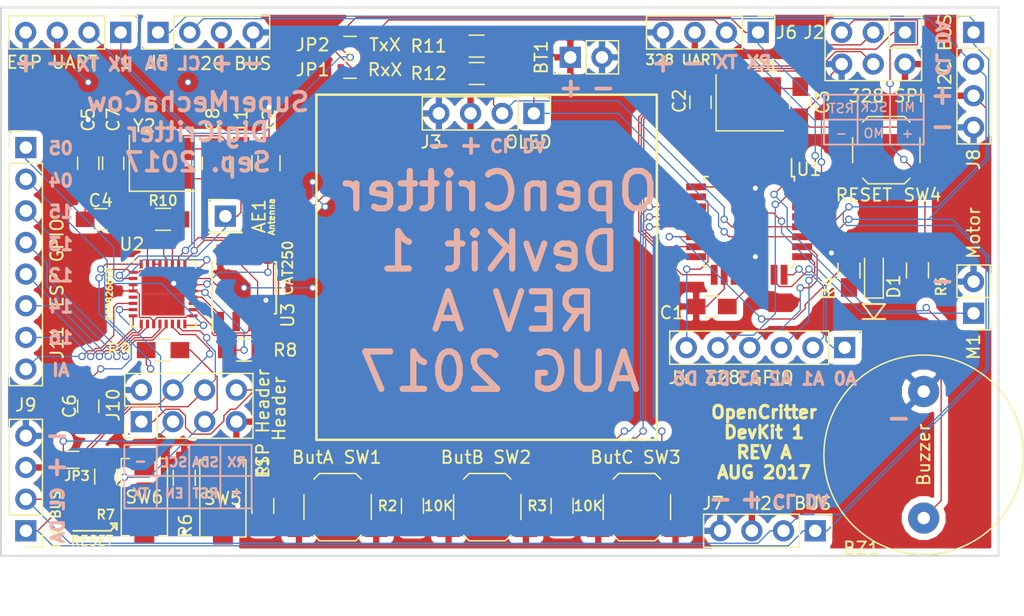
<source format=kicad_pcb>
(kicad_pcb (version 4) (host pcbnew 4.0.6)
  (title_block (title "OpenCritter DevKit1") (date 2017-09-01) (rev 1) (company MechaMods))
  (layers (0 F.Cu signal) (31 B.Cu signal) (34 B.Paste user) (35 F.Paste user) (36 B.SilkS user) (37 F.SilkS user) (38 B.Mask user) (39 F.Mask user) (44 Edge.Cuts user))
  (net 0 "")
  (net 1 "Net-(AE1-Pad1)")
  (net 2 GND)
  (net 3 VCC)
  (net 4 "Net-(C1-Pad2)")
  (net 5 /IOPU/XTAL2)
  (net 6 /IOPU/XTAL1)
  (net 7 /ESP-01/XTAL_OUT)
  (net 8 /ESP-01/XTAL_IN)
  (net 9 "Net-(D1-Pad1)")
  (net 10 /MISO)
  (net 11 /SCK)
  (net 12 /MOSI)
  (net 13 /RESET)
  (net 14 /ESP-01/TX)
  (net 15 /ESP-01/CHIP_EN)
  (net 16 /ESP-01/EXT_RSTB)
  (net 17 /ESP-01/Rx)
  (net 18 /ESP-01/GPIO5)
  (net 19 /ESP-01/GPIO4)
  (net 20 /ESP-01/GPIO15)
  (net 21 /ESP-01/GPIO13)
  (net 22 /ESP-01/GPIO12)
  (net 23 /ESP-01/GPIO14)
  (net 24 /ESP-01/GPIO16)
  (net 25 /ESP-01/ADC_IN)
  (net 26 /IOPU/Rx)
  (net 27 /IOPU/Tx)
  (net 28 /IOPU/Rumble)
  (net 29 /IOPU/Button_A)
  (net 30 /IOPU/Button_B)
  (net 31 /IOPU/Button_C)
  (net 32 /ESP-01/SCK)
  (net 33 "Net-(R8-Pad2)")
  (net 34 /ESP-01//HOLD)
  (net 35 /ESP-01//WP)
  (net 36 /ESP-01//CS)
  (net 37 /ESP-01/DO)
  (net 38 /ESP-01/DI)
  (net 39 /IOPU/A0)
  (net 40 /IOPU/A1)
  (net 41 /IOPU/A2)
  (net 42 /IOPU/A3)
  (net 43 /IOPU/D6)
  (net 44 "Net-(R9-Pad1)")
  (net 45 "Net-(R10-Pad2)")
  (net 46 /IOPU/Buzzer)
  (net 47 /IOPU/D3)
  (net 48 "Net-(C4-Pad1)")
  (net 49 "Net-(C6-Pad2)")
  (net 50 /SDA)
  (net 51 /SCL)
  (net 52 /IOPU/Heart)
  (module Pin_Headers:Pin_Header_Straight_2x04_Pitch2.54mm (layer F.Cu) (at 112.26 114.54 90)
    (fp_text reference J10 (at 1.34 -2.26 90) (layer F.SilkS))
    (fp_text value "ESP Header" (at -0.16 9.74 90) (layer F.SilkS))
    (pad 1 thru_hole rect (at 0 0 90) (size 1.7 1.7) (drill 1) (layers *.Cu *.Mask) (net 14 /ESP-01/TX))
    (pad 2 thru_hole oval (at 2.54 0 90) (size 1.7 1.7) (drill 1) (layers *.Cu *.Mask) (net 2 GND))
    (pad 3 thru_hole oval (at 0 2.54 90) (size 1.7 1.7) (drill 1) (layers *.Cu *.Mask) (net 15 /ESP-01/CHIP_EN))
    (pad 4 thru_hole oval (at 2.54 2.54 90) (size 1.7 1.7) (drill 1) (layers *.Cu *.Mask) (net 51 /SCL))
    (pad 5 thru_hole oval (at 0 5.08 90) (size 1.7 1.7) (drill 1) (layers *.Cu *.Mask) (net 16 /ESP-01/EXT_RSTB))
    (pad 6 thru_hole oval (at 2.54 5.08 90) (size 1.7 1.7) (drill 1) (layers *.Cu *.Mask) (net 50 /SDA))
    (pad 7 thru_hole oval (at 0 7.62 90) (size 1.7 1.7) (drill 1) (layers *.Cu *.Mask) (net 3 VCC))
    (pad 8 thru_hole oval (at 2.54 7.62 90) (size 1.7 1.7) (drill 1) (layers *.Cu *.Mask) (net 17 /ESP-01/Rx))
  )
  (module Housings_DFN_QFN:QFN-32-1EP_5x5mm_Pitch0.5mm (layer F.Cu) (at 114 104.3)
    (fp_text reference U2 (at -2.5 -4) (layer F.SilkS))
    (fp_text value ESP8266EX (at -4.3 0 90) (layer F.SilkS) (effects (font (size 0.5 0.5) (thickness 0.125))))
    (pad 1 smd rect (at -2.4 -1.75) (size 0.7 0.25) (layers F.Cu F.Paste F.Mask) (net 49 "Net-(C6-Pad2)"))
    (pad 2 smd rect (at -2.4 -1.25) (size 0.7 0.25) (layers F.Cu F.Paste F.Mask) (net 1 "Net-(AE1-Pad1)"))
    (pad 3 smd rect (at -2.4 -0.75) (size 0.7 0.25) (layers F.Cu F.Paste F.Mask) (net 3 VCC))
    (pad 4 smd rect (at -2.4 -0.25) (size 0.7 0.25) (layers F.Cu F.Paste F.Mask) (net 3 VCC))
    (pad 5 smd rect (at -2.4 0.25) (size 0.7 0.25) (layers F.Cu F.Paste F.Mask))
    (pad 6 smd rect (at -2.4 0.75) (size 0.7 0.25) (layers F.Cu F.Paste F.Mask) (net 25 /ESP-01/ADC_IN))
    (pad 7 smd rect (at -2.4 1.25) (size 0.7 0.25) (layers F.Cu F.Paste F.Mask) (net 15 /ESP-01/CHIP_EN))
    (pad 8 smd rect (at -2.4 1.75) (size 0.7 0.25) (layers F.Cu F.Paste F.Mask) (net 24 /ESP-01/GPIO16))
    (pad 9 smd rect (at -1.75 2.4 90) (size 0.7 0.25) (layers F.Cu F.Paste F.Mask) (net 23 /ESP-01/GPIO14))
    (pad 10 smd rect (at -1.25 2.4 90) (size 0.7 0.25) (layers F.Cu F.Paste F.Mask) (net 22 /ESP-01/GPIO12))
    (pad 11 smd rect (at -0.75 2.4 90) (size 0.7 0.25) (layers F.Cu F.Paste F.Mask) (net 3 VCC))
    (pad 12 smd rect (at -0.25 2.4 90) (size 0.7 0.25) (layers F.Cu F.Paste F.Mask) (net 21 /ESP-01/GPIO13))
    (pad 13 smd rect (at 0.25 2.4 90) (size 0.7 0.25) (layers F.Cu F.Paste F.Mask) (net 20 /ESP-01/GPIO15))
    (pad 14 smd rect (at 0.75 2.4 90) (size 0.7 0.25) (layers F.Cu F.Paste F.Mask) (net 51 /SCL))
    (pad 15 smd rect (at 1.25 2.4 90) (size 0.7 0.25) (layers F.Cu F.Paste F.Mask) (net 50 /SDA))
    (pad 16 smd rect (at 1.75 2.4 90) (size 0.7 0.25) (layers F.Cu F.Paste F.Mask) (net 19 /ESP-01/GPIO4))
    (pad 17 smd rect (at 2.4 1.75) (size 0.7 0.25) (layers F.Cu F.Paste F.Mask) (net 3 VCC))
    (pad 18 smd rect (at 2.4 1.25) (size 0.7 0.25) (layers F.Cu F.Paste F.Mask) (net 34 /ESP-01//HOLD))
    (pad 19 smd rect (at 2.4 0.75) (size 0.7 0.25) (layers F.Cu F.Paste F.Mask) (net 35 /ESP-01//WP))
    (pad 20 smd rect (at 2.4 0.25) (size 0.7 0.25) (layers F.Cu F.Paste F.Mask) (net 36 /ESP-01//CS))
    (pad 21 smd rect (at 2.4 -0.25) (size 0.7 0.25) (layers F.Cu F.Paste F.Mask) (net 33 "Net-(R8-Pad2)"))
    (pad 22 smd rect (at 2.4 -0.75) (size 0.7 0.25) (layers F.Cu F.Paste F.Mask) (net 37 /ESP-01/DO))
    (pad 23 smd rect (at 2.4 -1.25) (size 0.7 0.25) (layers F.Cu F.Paste F.Mask) (net 38 /ESP-01/DI))
    (pad 24 smd rect (at 2.4 -1.75) (size 0.7 0.25) (layers F.Cu F.Paste F.Mask) (net 18 /ESP-01/GPIO5))
    (pad 25 smd rect (at 1.75 -2.4 90) (size 0.7 0.25) (layers F.Cu F.Paste F.Mask) (net 17 /ESP-01/Rx))
    (pad 26 smd rect (at 1.25 -2.4 90) (size 0.7 0.25) (layers F.Cu F.Paste F.Mask) (net 14 /ESP-01/TX))
    (pad 27 smd rect (at 0.75 -2.4 90) (size 0.7 0.25) (layers F.Cu F.Paste F.Mask) (net 7 /ESP-01/XTAL_OUT))
    (pad 28 smd rect (at 0.25 -2.4 90) (size 0.7 0.25) (layers F.Cu F.Paste F.Mask) (net 8 /ESP-01/XTAL_IN))
    (pad 29 smd rect (at -0.25 -2.4 90) (size 0.7 0.25) (layers F.Cu F.Paste F.Mask) (net 49 "Net-(C6-Pad2)"))
    (pad 30 smd rect (at -0.75 -2.4 90) (size 0.7 0.25) (layers F.Cu F.Paste F.Mask) (net 49 "Net-(C6-Pad2)"))
    (pad 31 smd rect (at -1.25 -2.4 90) (size 0.7 0.25) (layers F.Cu F.Paste F.Mask) (net 45 "Net-(R10-Pad2)"))
    (pad 32 smd rect (at -1.75 -2.4 90) (size 0.7 0.25) (layers F.Cu F.Paste F.Mask) (net 44 "Net-(R9-Pad1)"))
    (pad 33 smd rect (at 0.8625 0.8625) (size 1.725 1.725) (layers F.Cu F.Paste F.Mask) (net 2 GND))
    (pad 33 smd rect (at 0.8625 -0.8625) (size 1.725 1.725) (layers F.Cu F.Paste F.Mask) (net 2 GND))
    (pad 33 smd rect (at -0.8625 0.8625) (size 1.725 1.725) (layers F.Cu F.Paste F.Mask) (net 2 GND))
    (pad 33 smd rect (at -0.8625 -0.8625) (size 1.725 1.725) (layers F.Cu F.Paste F.Mask) (net 2 GND))
  )
  (module Pin_Headers:Pin_Header_Straight_1x01_Pitch2.54mm (layer F.Cu) (at 119 98.05)
    (fp_text reference AE1 (at 2.7 0 90) (layer F.SilkS))
    (fp_text value Antenna (at 3.7 0.05 90) (layer F.SilkS) (effects (font (size 0.5 0.5) (thickness 0.125))))
    (pad 1 thru_hole rect (at 0 0) (size 1.7 1.7) (drill 1) (layers *.Cu *.Mask) (net 1 "Net-(AE1-Pad1)"))
  )
  (module Buzzers_Beepers:BUZZER (layer F.Cu) (at 175 117.2 90)
    (fp_text reference BZ1 (at -7.5 -5 180) (layer F.SilkS))
    (fp_text value Buzzer (at 0 0 90) (layer F.SilkS))
    (pad 2 thru_hole circle (at 5.08 0 90) (size 2.49936 2.49936) (drill 1.00076) (layers *.Cu *.Mask) (net 2 GND))
    (pad 1 thru_hole circle (at -5.08 0 90) (size 2.49936 2.49936) (drill 1.00076) (layers *.Cu *.Mask) (net 46 /IOPU/Buzzer))
  )
  (module Capacitors_SMD:C_0805_HandSoldering (layer F.Cu) (at 158 105.3)
    (fp_text reference C1 (at -3.2 0.5) (layer F.SilkS))
    (fp_text value C)
    (pad 1 smd rect (at -1.25 0) (size 1.5 1.25) (layers F.Cu F.Paste F.Mask) (net 3 VCC))
    (pad 2 smd rect (at 1.25 0) (size 1.5 1.25) (layers F.Cu F.Paste F.Mask) (net 4 "Net-(C1-Pad2)"))
  )
  (module Capacitors_SMD:C_0805_HandSoldering (layer F.Cu) (at 157.1 88.9 270)
    (fp_text reference C2 (at -0.1 1.7 270) (layer F.SilkS))
    (fp_text value C)
    (pad 1 smd rect (at -1.25 0 270) (size 1.5 1.25) (layers F.Cu F.Paste F.Mask) (net 2 GND))
    (pad 2 smd rect (at 1.25 0 270) (size 1.5 1.25) (layers F.Cu F.Paste F.Mask) (net 6 /IOPU/XTAL1))
  )
  (module Capacitors_SMD:C_0805_HandSoldering (layer F.Cu) (at 165.1 88.9 90)
    (fp_text reference C3 (at 0 1.8 90) (layer F.SilkS))
    (fp_text value C)
    (pad 1 smd rect (at -1.25 0 90) (size 1.5 1.25) (layers F.Cu F.Paste F.Mask) (net 2 GND))
    (pad 2 smd rect (at 1.25 0 90) (size 1.5 1.25) (layers F.Cu F.Paste F.Mask) (net 5 /IOPU/XTAL2))
  )
  (module Capacitors_SMD:C_0805_HandSoldering (layer F.Cu) (at 109 98.3)
    (fp_text reference C4 (at 0 -1.5) (layer F.SilkS))
    (fp_text value C)
    (pad 1 smd rect (at -1.25 0) (size 1.5 1.25) (layers F.Cu F.Paste F.Mask) (net 48 "Net-(C4-Pad1)"))
    (pad 2 smd rect (at 1.25 0) (size 1.5 1.25) (layers F.Cu F.Paste F.Mask) (net 3 VCC))
  )
  (module Capacitors_SMD:C_0805_HandSoldering (layer F.Cu) (at 108 93.8 270)
    (fp_text reference C5 (at -3.5 0 270) (layer F.SilkS))
    (fp_text value C)
    (pad 1 smd rect (at -1.25 0 270) (size 1.5 1.25) (layers F.Cu F.Paste F.Mask) (net 2 GND))
    (pad 2 smd rect (at 1.25 0 270) (size 1.5 1.25) (layers F.Cu F.Paste F.Mask) (net 48 "Net-(C4-Pad1)"))
  )
  (module Capacitors_SMD:C_0805_HandSoldering (layer F.Cu) (at 108 113.3 90)
    (fp_text reference C6 (at 0 -1.5 90) (layer F.SilkS))
    (fp_text value C)
    (pad 1 smd rect (at -1.25 0 90) (size 1.5 1.25) (layers F.Cu F.Paste F.Mask) (net 2 GND))
    (pad 2 smd rect (at 1.25 0 90) (size 1.5 1.25) (layers F.Cu F.Paste F.Mask) (net 49 "Net-(C6-Pad2)"))
  )
  (module Capacitors_SMD:C_0805_HandSoldering (layer F.Cu) (at 110 93.8 270)
    (fp_text reference C7 (at -3.5 0 270) (layer F.SilkS))
    (fp_text value C)
    (pad 1 smd rect (at -1.25 0 270) (size 1.5 1.25) (layers F.Cu F.Paste F.Mask) (net 2 GND))
    (pad 2 smd rect (at 1.25 0 270) (size 1.5 1.25) (layers F.Cu F.Paste F.Mask) (net 8 /ESP-01/XTAL_IN))
  )
  (module Capacitors_SMD:C_0805_HandSoldering (layer F.Cu) (at 118 93.8 90)
    (fp_text reference C8 (at 3.5 0 90) (layer F.SilkS))
    (fp_text value C)
    (pad 1 smd rect (at -1.25 0 90) (size 1.5 1.25) (layers F.Cu F.Paste F.Mask) (net 2 GND))
    (pad 2 smd rect (at 1.25 0 90) (size 1.5 1.25) (layers F.Cu F.Paste F.Mask) (net 7 /ESP-01/XTAL_OUT))
  )
  (module LEDs:LED_0805_HandSoldering (layer F.Cu) (at 171.006554 102.420242 90)
    (fp_text reference D1 (at -1.279758 1.593446 90) (layer F.SilkS))
    (fp_text value LED)
    (pad 1 smd rect (at -1.35 0 90) (size 1.5 1.3) (layers F.Cu F.Paste F.Mask) (net 9 "Net-(D1-Pad1)"))
    (pad 2 smd rect (at 1.35 0 90) (size 1.5 1.3) (layers F.Cu F.Paste F.Mask) (net 52 /IOPU/Heart))
  )
  (module Resistors_SMD:R_0603 (layer F.Cu) (at 129 86.3)
    (fp_text reference JP1 (at -3 0) (layer F.SilkS))
    (fp_text value RxX (at 2.8 0) (layer F.SilkS))
    (pad 1 smd rect (at -0.75 0) (size 0.5 0.9) (layers F.Cu F.Paste F.Mask) (net 14 /ESP-01/TX))
    (pad 2 smd rect (at 0.75 0) (size 0.5 0.9) (layers F.Cu F.Paste F.Mask) (net 26 /IOPU/Rx))
  )
  (module Resistors_SMD:R_0603 (layer F.Cu) (at 129 84.3)
    (fp_text reference JP2 (at -3 0) (layer F.SilkS))
    (fp_text value TxX (at 2.8 0) (layer F.SilkS))
    (pad 1 smd rect (at -0.75 0) (size 0.5 0.9) (layers F.Cu F.Paste F.Mask) (net 17 /ESP-01/Rx))
    (pad 2 smd rect (at 0.75 0) (size 0.5 0.9) (layers F.Cu F.Paste F.Mask) (net 27 /IOPU/Tx))
  )
  (module Inductors_SMD:L_0805_HandSoldering (layer F.Cu) (at 120.25 93.8 90)
    (fp_text reference L1 (at 3.5 0 90) (layer F.SilkS))
    (fp_text value L)
    (pad 1 smd rect (at -1.35 0 90) (size 1.5 1.3) (layers F.Cu F.Paste F.Mask) (net 1 "Net-(AE1-Pad1)"))
    (pad 2 smd rect (at 1.35 0 90) (size 1.5 1.3) (layers F.Cu F.Paste F.Mask) (net 2 GND))
  )
  (module Inductors_SMD:L_0805_HandSoldering (layer F.Cu) (at 122.5 93.8 90)
    (fp_text reference L2 (at 3.5 0 90) (layer F.SilkS))
    (fp_text value L)
    (pad 1 smd rect (at -1.35 0 90) (size 1.5 1.3) (layers F.Cu F.Paste F.Mask) (net 1 "Net-(AE1-Pad1)"))
    (pad 2 smd rect (at 1.35 0 90) (size 1.5 1.3) (layers F.Cu F.Paste F.Mask) (net 2 GND))
  )
  (module Pin_Headers:Pin_Header_Straight_1x02_Pitch2.54mm (layer F.Cu) (at 179 105.84 180)
    (fp_text reference M1 (at 0 -2.7 270) (layer F.SilkS))
    (fp_text value Motor (at 0 6.44 270) (layer F.SilkS))
    (pad 1 thru_hole rect (at 0 0 180) (size 1.7 1.7) (drill 1) (layers *.Cu *.Mask) (net 28 /IOPU/Rumble))
    (pad 2 thru_hole oval (at 0 2.54 180) (size 1.7 1.7) (drill 1) (layers *.Cu *.Mask) (net 2 GND))
  )
  (module Resistors_SMD:R_0805_HandSoldering (layer F.Cu) (at 122 121.3 90)
    (fp_text reference R1 (at 3.2 0 270) (layer F.SilkS) (effects (font (size 0.8 0.8))))
    (fp_text value 10K)
    (pad 1 smd rect (at -1.35 0 90) (size 1.5 1.3) (layers F.Cu F.Paste F.Mask) (net 29 /IOPU/Button_A))
    (pad 2 smd rect (at 1.35 0 90) (size 1.5 1.3) (layers F.Cu F.Paste F.Mask) (net 2 GND))
  )
  (module Resistors_SMD:R_0805_HandSoldering (layer F.Cu) (at 134 121.3 90)
    (fp_text reference R2 (at 0 -2 180) (layer F.SilkS) (effects (font (size 0.8 0.8))))
    (fp_text value 10K (at 0 2.1 180) (layer F.SilkS) (effects (font (size 0.8 0.8))))
    (pad 1 smd rect (at -1.35 0 90) (size 1.5 1.3) (layers F.Cu F.Paste F.Mask) (net 30 /IOPU/Button_B))
    (pad 2 smd rect (at 1.35 0 90) (size 1.5 1.3) (layers F.Cu F.Paste F.Mask) (net 2 GND))
  )
  (module Resistors_SMD:R_0805_HandSoldering (layer F.Cu) (at 146 121.3 90)
    (fp_text reference R3 (at 0 -2 180) (layer F.SilkS) (effects (font (size 0.8 0.8))))
    (fp_text value 10K (at 0 2.1 180) (layer F.SilkS) (effects (font (size 0.8 0.8))))
    (pad 1 smd rect (at -1.35 0 90) (size 1.5 1.3) (layers F.Cu F.Paste F.Mask) (net 31 /IOPU/Button_C))
    (pad 2 smd rect (at 1.35 0 90) (size 1.5 1.3) (layers F.Cu F.Paste F.Mask) (net 2 GND))
  )
  (module Resistors_SMD:R_0805_HandSoldering (layer F.Cu) (at 169.006554 102.420242 90)
    (fp_text reference R4 (at -1.379758 -1.606554 90) (layer F.SilkS))
    (fp_text value 10K)
    (pad 1 smd rect (at -1.35 0 90) (size 1.5 1.3) (layers F.Cu F.Paste F.Mask) (net 9 "Net-(D1-Pad1)"))
    (pad 2 smd rect (at 1.35 0 90) (size 1.5 1.3) (layers F.Cu F.Paste F.Mask) (net 2 GND))
  )
  (module Resistors_SMD:R_0805_HandSoldering (layer F.Cu) (at 174.5 102.4 270)
    (fp_text reference R5 (at 1.3 -1.9 270) (layer F.SilkS) (effects (font (size 0.8 0.8))))
    (fp_text value 10K)
    (pad 1 smd rect (at -1.35 0 270) (size 1.5 1.3) (layers F.Cu F.Paste F.Mask) (net 13 /RESET))
    (pad 2 smd rect (at 1.35 0 270) (size 1.5 1.3) (layers F.Cu F.Paste F.Mask) (net 3 VCC))
  )
  (module Resistors_SMD:R_0805_HandSoldering (layer F.Cu) (at 120.5 108.8 180)
    (fp_text reference R8 (at -3.3 0 180) (layer F.SilkS))
    (fp_text value 200)
    (pad 1 smd rect (at -1.35 0 180) (size 1.5 1.3) (layers F.Cu F.Paste F.Mask) (net 32 /ESP-01/SCK))
    (pad 2 smd rect (at 1.35 0 180) (size 1.5 1.3) (layers F.Cu F.Paste F.Mask) (net 33 "Net-(R8-Pad2)"))
  )
  (module Resistors_SMD:R_0805_HandSoldering (layer F.Cu) (at 114 108.8)
    (fp_text reference R9 (at -3.5 0) (layer F.SilkS))
    (fp_text value 470)
    (pad 1 smd rect (at -1.35 0) (size 1.5 1.3) (layers F.Cu F.Paste F.Mask) (net 44 "Net-(R9-Pad1)"))
    (pad 2 smd rect (at 1.35 0) (size 1.5 1.3) (layers F.Cu F.Paste F.Mask) (net 16 /ESP-01/EXT_RSTB))
  )
  (module Resistors_SMD:R_0805_HandSoldering (layer F.Cu) (at 114 98.3 180)
    (fp_text reference R10 (at 0 1.5 180) (layer F.SilkS) (effects (font (size 0.8 0.8))))
    (fp_text value 12K)
    (pad 1 smd rect (at -1.35 0 180) (size 1.5 1.3) (layers F.Cu F.Paste F.Mask) (net 2 GND))
    (pad 2 smd rect (at 1.35 0 180) (size 1.5 1.3) (layers F.Cu F.Paste F.Mask) (net 45 "Net-(R10-Pad2)"))
  )
  (module Buttons_Switches_SMD:SW_SPST_SKQG (layer F.Cu) (at 128 121.4)
    (fp_text reference SW1 (at 2 -4) (layer F.SilkS))
    (fp_text value ButA (at -2 -4) (layer F.SilkS))
    (pad 1 smd rect (at -3.1 -1.85) (size 1.8 1.1) (layers F.Cu F.Paste F.Mask) (net 29 /IOPU/Button_A))
    (pad 1 smd rect (at 3.1 -1.85) (size 1.8 1.1) (layers F.Cu F.Paste F.Mask) (net 29 /IOPU/Button_A))
    (pad 2 smd rect (at -3.1 1.85) (size 1.8 1.1) (layers F.Cu F.Paste F.Mask) (net 3 VCC))
    (pad 2 smd rect (at 3.1 1.85) (size 1.8 1.1) (layers F.Cu F.Paste F.Mask) (net 3 VCC))
  )
  (module Buttons_Switches_SMD:SW_SPST_SKQG (layer F.Cu) (at 140 121.4)
    (fp_text reference SW2 (at 2 -4) (layer F.SilkS))
    (fp_text value ButB (at -2 -4) (layer F.SilkS))
    (pad 1 smd rect (at -3.1 -1.85) (size 1.8 1.1) (layers F.Cu F.Paste F.Mask) (net 30 /IOPU/Button_B))
    (pad 1 smd rect (at 3.1 -1.85) (size 1.8 1.1) (layers F.Cu F.Paste F.Mask) (net 30 /IOPU/Button_B))
    (pad 2 smd rect (at -3.1 1.85) (size 1.8 1.1) (layers F.Cu F.Paste F.Mask) (net 3 VCC))
    (pad 2 smd rect (at 3.1 1.85) (size 1.8 1.1) (layers F.Cu F.Paste F.Mask) (net 3 VCC))
  )
  (module Buttons_Switches_SMD:SW_SPST_SKQG (layer F.Cu) (at 152 121.4)
    (fp_text reference SW3 (at 2 -4) (layer F.SilkS))
    (fp_text value ButC (at -2 -4) (layer F.SilkS))
    (pad 1 smd rect (at -3.1 -1.85) (size 1.8 1.1) (layers F.Cu F.Paste F.Mask) (net 31 /IOPU/Button_C))
    (pad 1 smd rect (at 3.1 -1.85) (size 1.8 1.1) (layers F.Cu F.Paste F.Mask) (net 31 /IOPU/Button_C))
    (pad 2 smd rect (at -3.1 1.85) (size 1.8 1.1) (layers F.Cu F.Paste F.Mask) (net 3 VCC))
    (pad 2 smd rect (at 3.1 1.85) (size 1.8 1.1) (layers F.Cu F.Paste F.Mask) (net 3 VCC))
  )
  (module Buttons_Switches_SMD:SW_SPST_SKQG (layer F.Cu) (at 172 92.75)
    (fp_text reference SW4 (at 2.9 3.6) (layer F.SilkS))
    (fp_text value RESET (at -1.8 3.6) (layer F.SilkS))
    (pad 1 smd rect (at -3.1 -1.85) (size 1.8 1.1) (layers F.Cu F.Paste F.Mask) (net 2 GND))
    (pad 1 smd rect (at 3.1 -1.85) (size 1.8 1.1) (layers F.Cu F.Paste F.Mask) (net 2 GND))
    (pad 2 smd rect (at -3.1 1.85) (size 1.8 1.1) (layers F.Cu F.Paste F.Mask) (net 13 /RESET))
    (pad 2 smd rect (at 3.1 1.85) (size 1.8 1.1) (layers F.Cu F.Paste F.Mask) (net 13 /RESET))
  )
  (module Crystals:Crystal_SMD_3225-4pin_3.2x2.5mm_HandSoldering (layer F.Cu) (at 161.05 88.95)
    (fp_text reference Y1 (at 1.45 -2.95) (layer F.SilkS))
    (fp_text value 16Mhz)
    (pad 1 smd rect (at -1.45 1.15) (size 2.1 1.8) (layers F.Cu F.Paste F.Mask) (net 6 /IOPU/XTAL1))
    (pad 2 smd rect (at 1.45 1.15) (size 2.1 1.8) (layers F.Cu F.Paste F.Mask) (net 2 GND))
    (pad 3 smd rect (at 1.45 -1.15) (size 2.1 1.8) (layers F.Cu F.Paste F.Mask) (net 5 /IOPU/XTAL2))
    (pad 4 smd rect (at -1.45 -1.15) (size 2.1 1.8) (layers F.Cu F.Paste F.Mask) (net 2 GND))
  )
  (module Crystals:Crystal_SMD_3225-4pin_3.2x2.5mm_HandSoldering (layer F.Cu) (at 114 93.8)
    (fp_text reference Y2 (at -1.5 -3) (layer F.SilkS))
    (fp_text value 40Mhz)
    (pad 1 smd rect (at -1.45 1.15) (size 2.1 1.8) (layers F.Cu F.Paste F.Mask) (net 8 /ESP-01/XTAL_IN))
    (pad 2 smd rect (at 1.45 1.15) (size 2.1 1.8) (layers F.Cu F.Paste F.Mask) (net 2 GND))
    (pad 3 smd rect (at 1.45 -1.15) (size 2.1 1.8) (layers F.Cu F.Paste F.Mask) (net 7 /ESP-01/XTAL_OUT))
    (pad 4 smd rect (at -1.45 -1.15) (size 2.1 1.8) (layers F.Cu F.Paste F.Mask) (net 2 GND))
  )
  (module Pin_Headers:Pin_Header_Straight_2x03_Pitch2.54mm (layer F.Cu) (at 173.5 83.3 270)
    (fp_text reference J2 (at 0 7.3 360) (layer F.SilkS))
    (fp_text value "328 SPI" (at 5.1 1.5 360) (layer F.SilkS))
    (pad 1 thru_hole rect (at 0 0 270) (size 1.7 1.7) (drill 1) (layers *.Cu *.Mask) (net 10 /MISO))
    (pad 2 thru_hole oval (at 2.54 0 270) (size 1.7 1.7) (drill 1) (layers *.Cu *.Mask) (net 3 VCC))
    (pad 3 thru_hole oval (at 0 2.54 270) (size 1.7 1.7) (drill 1) (layers *.Cu *.Mask) (net 11 /SCK))
    (pad 4 thru_hole oval (at 2.54 2.54 270) (size 1.7 1.7) (drill 1) (layers *.Cu *.Mask) (net 12 /MOSI))
    (pad 5 thru_hole oval (at 0 5.08 270) (size 1.7 1.7) (drill 1) (layers *.Cu *.Mask) (net 13 /RESET))
    (pad 6 thru_hole oval (at 2.54 5.08 270) (size 1.7 1.7) (drill 1) (layers *.Cu *.Mask) (net 2 GND))
  )
  (module Housings_SOIC:SOIC-8_3.9x4.9mm_Pitch1.27mm (layer F.Cu) (at 120.5 103.8 90)
    (fp_text reference U3 (at -2.2 3.5 270) (layer F.SilkS))
    (fp_text value CAT250 (at 1.6 3.5 90) (layer F.SilkS) (effects (font (size 0.8 0.8))))
    (pad 1 smd rect (at -2.7 -1.905 90) (size 1.55 0.6) (layers F.Cu F.Paste F.Mask) (net 36 /ESP-01//CS))
    (pad 2 smd rect (at -2.7 -0.635 90) (size 1.55 0.6) (layers F.Cu F.Paste F.Mask) (net 38 /ESP-01/DI))
    (pad 3 smd rect (at -2.7 0.635 90) (size 1.55 0.6) (layers F.Cu F.Paste F.Mask) (net 35 /ESP-01//WP))
    (pad 4 smd rect (at -2.7 1.905 90) (size 1.55 0.6) (layers F.Cu F.Paste F.Mask) (net 2 GND))
    (pad 5 smd rect (at 2.7 1.905 90) (size 1.55 0.6) (layers F.Cu F.Paste F.Mask) (net 37 /ESP-01/DO))
    (pad 6 smd rect (at 2.7 0.635 90) (size 1.55 0.6) (layers F.Cu F.Paste F.Mask) (net 32 /ESP-01/SCK))
    (pad 7 smd rect (at 2.7 -0.635 90) (size 1.55 0.6) (layers F.Cu F.Paste F.Mask) (net 34 /ESP-01//HOLD))
    (pad 8 smd rect (at 2.7 -1.905 90) (size 1.55 0.6) (layers F.Cu F.Paste F.Mask) (net 3 VCC))
  )
  (module Pin_Headers:Pin_Header_Straight_1x06_Pitch2.54mm (layer F.Cu) (at 168.66 108.6 270)
    (fp_text reference J4 (at 2.4 13.26 360) (layer F.SilkS))
    (fp_text value "328 GPIO" (at 2.4 7.66 360) (layer F.SilkS))
    (pad 1 thru_hole rect (at 0 0 270) (size 1.7 1.7) (drill 1) (layers *.Cu *.Mask) (net 39 /IOPU/A0))
    (pad 2 thru_hole oval (at 0 2.54 270) (size 1.7 1.7) (drill 1) (layers *.Cu *.Mask) (net 40 /IOPU/A1))
    (pad 3 thru_hole oval (at 0 5.08 270) (size 1.7 1.7) (drill 1) (layers *.Cu *.Mask) (net 41 /IOPU/A2))
    (pad 4 thru_hole oval (at 0 7.62 270) (size 1.7 1.7) (drill 1) (layers *.Cu *.Mask) (net 42 /IOPU/A3))
    (pad 5 thru_hole oval (at 0 10.16 270) (size 1.7 1.7) (drill 1) (layers *.Cu *.Mask) (net 47 /IOPU/D3))
    (pad 6 thru_hole oval (at 0 12.7 270) (size 1.7 1.7) (drill 1) (layers *.Cu *.Mask) (net 43 /IOPU/D6))
  )
  (module Pin_Headers:Pin_Header_Straight_1x08_Pitch2.54mm (layer F.Cu) (at 103 92.54)
    (fp_text reference J11 (at 2.5 15.66 90) (layer F.SilkS))
    (fp_text value "ESP GPIO" (at 2.5 9.26 90) (layer F.SilkS))
    (pad 1 thru_hole rect (at 0 0) (size 1.7 1.7) (drill 1) (layers *.Cu *.Mask) (net 18 /ESP-01/GPIO5))
    (pad 2 thru_hole oval (at 0 2.54) (size 1.7 1.7) (drill 1) (layers *.Cu *.Mask) (net 19 /ESP-01/GPIO4))
    (pad 3 thru_hole oval (at 0 5.08) (size 1.7 1.7) (drill 1) (layers *.Cu *.Mask) (net 20 /ESP-01/GPIO15))
    (pad 4 thru_hole oval (at 0 7.62) (size 1.7 1.7) (drill 1) (layers *.Cu *.Mask) (net 21 /ESP-01/GPIO13))
    (pad 5 thru_hole oval (at 0 10.16) (size 1.7 1.7) (drill 1) (layers *.Cu *.Mask) (net 22 /ESP-01/GPIO12))
    (pad 6 thru_hole oval (at 0 12.7) (size 1.7 1.7) (drill 1) (layers *.Cu *.Mask) (net 23 /ESP-01/GPIO14))
    (pad 7 thru_hole oval (at 0 15.24) (size 1.7 1.7) (drill 1) (layers *.Cu *.Mask) (net 24 /ESP-01/GPIO16))
    (pad 8 thru_hole oval (at 0 17.78) (size 1.7 1.7) (drill 1) (layers *.Cu *.Mask) (net 25 /ESP-01/ADC_IN))
  )
  (module Housings_QFP:TQFP-32_7x7mm_Pitch0.8mm (layer F.Cu) (at 161 98.5 270)
    (fp_text reference U1 (at -4.2 -4.8 360) (layer F.SilkS))
    (fp_text value ATMEGA328P-AU)
    (pad 1 smd rect (at -4.25 -2.8 270) (size 1.6 0.55) (layers F.Cu F.Paste F.Mask) (net 46 /IOPU/Buzzer))
    (pad 2 smd rect (at -4.25 -2 270) (size 1.6 0.55) (layers F.Cu F.Paste F.Mask))
    (pad 3 smd rect (at -4.25 -1.2 270) (size 1.6 0.55) (layers F.Cu F.Paste F.Mask) (net 2 GND))
    (pad 4 smd rect (at -4.25 -0.4 270) (size 1.6 0.55) (layers F.Cu F.Paste F.Mask) (net 3 VCC))
    (pad 5 smd rect (at -4.25 0.4 270) (size 1.6 0.55) (layers F.Cu F.Paste F.Mask) (net 2 GND))
    (pad 6 smd rect (at -4.25 1.2 270) (size 1.6 0.55) (layers F.Cu F.Paste F.Mask) (net 3 VCC))
    (pad 7 smd rect (at -4.25 2 270) (size 1.6 0.55) (layers F.Cu F.Paste F.Mask) (net 6 /IOPU/XTAL1))
    (pad 8 smd rect (at -4.25 2.8 270) (size 1.6 0.55) (layers F.Cu F.Paste F.Mask) (net 5 /IOPU/XTAL2))
    (pad 9 smd rect (at -2.8 4.25) (size 1.6 0.55) (layers F.Cu F.Paste F.Mask) (net 28 /IOPU/Rumble))
    (pad 10 smd rect (at -2 4.25) (size 1.6 0.55) (layers F.Cu F.Paste F.Mask) (net 43 /IOPU/D6))
    (pad 11 smd rect (at -1.2 4.25) (size 1.6 0.55) (layers F.Cu F.Paste F.Mask) (net 29 /IOPU/Button_A))
    (pad 12 smd rect (at -0.4 4.25) (size 1.6 0.55) (layers F.Cu F.Paste F.Mask) (net 30 /IOPU/Button_B))
    (pad 13 smd rect (at 0.4 4.25) (size 1.6 0.55) (layers F.Cu F.Paste F.Mask) (net 31 /IOPU/Button_C))
    (pad 14 smd rect (at 1.2 4.25) (size 1.6 0.55) (layers F.Cu F.Paste F.Mask) (net 52 /IOPU/Heart))
    (pad 15 smd rect (at 2 4.25) (size 1.6 0.55) (layers F.Cu F.Paste F.Mask) (net 12 /MOSI))
    (pad 16 smd rect (at 2.8 4.25) (size 1.6 0.55) (layers F.Cu F.Paste F.Mask) (net 10 /MISO))
    (pad 17 smd rect (at 4.25 2.8 270) (size 1.6 0.55) (layers F.Cu F.Paste F.Mask) (net 11 /SCK))
    (pad 18 smd rect (at 4.25 2 270) (size 1.6 0.55) (layers F.Cu F.Paste F.Mask) (net 3 VCC))
    (pad 19 smd rect (at 4.25 1.2 270) (size 1.6 0.55) (layers F.Cu F.Paste F.Mask))
    (pad 20 smd rect (at 4.25 0.4 270) (size 1.6 0.55) (layers F.Cu F.Paste F.Mask) (net 4 "Net-(C1-Pad2)"))
    (pad 21 smd rect (at 4.25 -0.4 270) (size 1.6 0.55) (layers F.Cu F.Paste F.Mask) (net 2 GND))
    (pad 22 smd rect (at 4.25 -1.2 270) (size 1.6 0.55) (layers F.Cu F.Paste F.Mask))
    (pad 23 smd rect (at 4.25 -2 270) (size 1.6 0.55) (layers F.Cu F.Paste F.Mask) (net 39 /IOPU/A0))
    (pad 24 smd rect (at 4.25 -2.8 270) (size 1.6 0.55) (layers F.Cu F.Paste F.Mask) (net 40 /IOPU/A1))
    (pad 25 smd rect (at 2.8 -4.25) (size 1.6 0.55) (layers F.Cu F.Paste F.Mask) (net 41 /IOPU/A2))
    (pad 26 smd rect (at 2 -4.25) (size 1.6 0.55) (layers F.Cu F.Paste F.Mask) (net 42 /IOPU/A3))
    (pad 27 smd rect (at 1.2 -4.25) (size 1.6 0.55) (layers F.Cu F.Paste F.Mask) (net 50 /SDA))
    (pad 28 smd rect (at 0.4 -4.25) (size 1.6 0.55) (layers F.Cu F.Paste F.Mask) (net 51 /SCL))
    (pad 29 smd rect (at -0.4 -4.25) (size 1.6 0.55) (layers F.Cu F.Paste F.Mask) (net 13 /RESET))
    (pad 30 smd rect (at -1.2 -4.25) (size 1.6 0.55) (layers F.Cu F.Paste F.Mask) (net 26 /IOPU/Rx))
    (pad 31 smd rect (at -2 -4.25) (size 1.6 0.55) (layers F.Cu F.Paste F.Mask) (net 27 /IOPU/Tx))
    (pad 32 smd rect (at -2.8 -4.25) (size 1.6 0.55) (layers F.Cu F.Paste F.Mask) (net 47 /IOPU/D3))
  )
  (module Pin_Headers:Pin_Header_Straight_1x04_Pitch2.54mm (layer F.Cu) (at 110.6 83.3 270)
    (fp_text reference J1 (at 2.4 0 360) (layer F.SilkS))
    (fp_text value "ESP UART" (at 2.4 5.5 360) (layer F.SilkS))
    (pad 1 thru_hole rect (at 0 0 270) (size 1.7 1.7) (drill 1) (layers *.Cu *.Mask) (net 17 /ESP-01/Rx))
    (pad 2 thru_hole oval (at 0 2.54 270) (size 1.7 1.7) (drill 1) (layers *.Cu *.Mask) (net 14 /ESP-01/TX))
    (pad 3 thru_hole oval (at 0 5.08 270) (size 1.7 1.7) (drill 1) (layers *.Cu *.Mask) (net 3 VCC))
    (pad 4 thru_hole oval (at 0 7.62 270) (size 1.7 1.7) (drill 1) (layers *.Cu *.Mask) (net 2 GND))
  )
  (module Pin_Headers:Pin_Header_Straight_1x04_Pitch2.54mm (layer F.Cu) (at 161.72 83.3 270)
    (fp_text reference J6 (at 0 -2.28 360) (layer F.SilkS))
    (fp_text value "328 UART" (at 2.2 6.12 360) (layer F.SilkS) (effects (font (size 0.8 0.8))))
    (pad 1 thru_hole rect (at 0 0 270) (size 1.7 1.7) (drill 1) (layers *.Cu *.Mask) (net 26 /IOPU/Rx))
    (pad 2 thru_hole oval (at 0 2.54 270) (size 1.7 1.7) (drill 1) (layers *.Cu *.Mask) (net 27 /IOPU/Tx))
    (pad 3 thru_hole oval (at 0 5.08 270) (size 1.7 1.7) (drill 1) (layers *.Cu *.Mask) (net 3 VCC))
    (pad 4 thru_hole oval (at 0 7.62 270) (size 1.7 1.7) (drill 1) (layers *.Cu *.Mask) (net 2 GND))
  )
  (module Pin_Headers:Pin_Header_Straight_1x04_Pitch2.54mm (layer F.Cu) (at 143.74 89.8 270)
    (fp_text reference J3 (at 2.3 8.24 360) (layer F.SilkS))
    (fp_text value OLED (at 2.3 0.44 360) (layer F.SilkS))
    (pad 1 thru_hole rect (at 0 0 270) (size 1.7 1.7) (drill 1) (layers *.Cu *.Mask) (net 50 /SDA))
    (pad 2 thru_hole oval (at 0 2.54 270) (size 1.7 1.7) (drill 1) (layers *.Cu *.Mask) (net 51 /SCL))
    (pad 3 thru_hole oval (at 0 5.08 270) (size 1.7 1.7) (drill 1) (layers *.Cu *.Mask) (net 3 VCC))
    (pad 4 thru_hole oval (at 0 7.62 270) (size 1.7 1.7) (drill 1) (layers *.Cu *.Mask) (net 2 GND))
  )
  (module Buttons_Switches_SMD:SW_SPST_EVQPE1 (layer F.Cu) (at 112.5 120.6 270)
    (fp_text reference SW6 (at 0 0 360) (layer F.SilkS))
    (fp_text value RESET (at 3.5 4.2 360) (layer F.SilkS) (effects (font (size 0.75 0.75))))
    (pad 2 smd rect (at 2.7 0 270) (size 2 1.6) (layers F.Cu F.Paste F.Mask) (net 2 GND))
    (pad 1 smd rect (at -2.7 0 270) (size 2 1.6) (layers F.Cu F.Paste F.Mask) (net 16 /ESP-01/EXT_RSTB))
  )
  (module Buttons_Switches_SMD:SW_SPST_EVQPE1 (layer F.Cu) (at 118.8 120.7 270)
    (fp_text reference SW5 (at 0 0 360) (layer F.SilkS))
    (fp_text value GPIO0)
    (pad 2 smd rect (at 2.7 0 270) (size 2 1.6) (layers F.Cu F.Paste F.Mask) (net 2 GND))
    (pad 1 smd rect (at -2.7 0 270) (size 2 1.6) (layers F.Cu F.Paste F.Mask) (net 50 /SDA))
  )
  (module Resistors_SMD:R_0603 (layer F.Cu) (at 106.75 117.6 180)
    (fp_text reference JP3 (at -0.35 -1.3 360) (layer F.SilkS) (effects (font (size 0.75 0.75))))
    (fp_text value Enable)
    (pad 1 smd rect (at -0.75 0 180) (size 0.5 0.9) (layers F.Cu F.Paste F.Mask) (net 3 VCC))
    (pad 2 smd rect (at 0.75 0 180) (size 0.5 0.9) (layers F.Cu F.Paste F.Mask) (net 15 /ESP-01/CHIP_EN))
  )
  (module Resistors_SMD:R_0805_HandSoldering (layer F.Cu) (at 115.7 119.05 90)
    (fp_text reference R6 (at -3.85 0.1 90) (layer F.SilkS))
    (fp_text value 10K)
    (pad 1 smd rect (at -1.35 0 90) (size 1.5 1.3) (layers F.Cu F.Paste F.Mask) (net 50 /SDA))
    (pad 2 smd rect (at 1.35 0 90) (size 1.5 1.3) (layers F.Cu F.Paste F.Mask) (net 3 VCC))
  )
  (module Resistors_SMD:R_0805_HandSoldering (layer F.Cu) (at 109.4 118.95 90)
    (fp_text reference R7 (at -3.05 0 180) (layer F.SilkS) (effects (font (size 0.75 0.75))))
    (fp_text value 10K)
    (pad 1 smd rect (at -1.35 0 90) (size 1.5 1.3) (layers F.Cu F.Paste F.Mask) (net 16 /ESP-01/EXT_RSTB))
    (pad 2 smd rect (at 1.35 0 90) (size 1.5 1.3) (layers F.Cu F.Paste F.Mask) (net 3 VCC))
  )
  (module Pin_Headers:Pin_Header_Straight_1x02_Pitch2.54mm (layer F.Cu) (at 146.66 85.3 90)
    (fp_text reference BT1 (at 0 -2.33 90) (layer F.SilkS))
    (fp_text value Battery_Cell)
    (pad 1 thru_hole rect (at 0 0 90) (size 1.7 1.7) (drill 1) (layers *.Cu *.Mask) (net 3 VCC))
    (pad 2 thru_hole oval (at 0 2.54 90) (size 1.7 1.7) (drill 1) (layers *.Cu *.Mask) (net 2 GND))
  )
  (module Resistors_SMD:R_0805_HandSoldering (layer F.Cu) (at 139.15 84.4)
    (fp_text reference R11 (at -3.85 0) (layer F.SilkS))
    (fp_text value 10K)
    (pad 1 smd rect (at -1.35 0) (size 1.5 1.3) (layers F.Cu F.Paste F.Mask) (net 3 VCC))
    (pad 2 smd rect (at 1.35 0) (size 1.5 1.3) (layers F.Cu F.Paste F.Mask) (net 50 /SDA))
  )
  (module Resistors_SMD:R_0805_HandSoldering (layer F.Cu) (at 139.15 86.6)
    (fp_text reference R12 (at -3.85 0) (layer F.SilkS))
    (fp_text value 10K)
    (pad 1 smd rect (at -1.35 0) (size 1.5 1.3) (layers F.Cu F.Paste F.Mask) (net 3 VCC))
    (pad 2 smd rect (at 1.35 0) (size 1.5 1.3) (layers F.Cu F.Paste F.Mask) (net 51 /SCL))
  )
  (module Pin_Headers:Pin_Header_Straight_1x04_Pitch2.54mm (layer F.Cu) (at 113.6 83.3 90)
    (fp_text reference J5 (at -2.4 0 180) (layer F.SilkS))
    (fp_text value "I2C BUS" (at -2.5 6 180) (layer F.SilkS))
    (pad 1 thru_hole rect (at 0 0 90) (size 1.7 1.7) (drill 1) (layers *.Cu *.Mask) (net 50 /SDA))
    (pad 2 thru_hole oval (at 0 2.54 90) (size 1.7 1.7) (drill 1) (layers *.Cu *.Mask) (net 51 /SCL))
    (pad 3 thru_hole oval (at 0 5.08 90) (size 1.7 1.7) (drill 1) (layers *.Cu *.Mask) (net 3 VCC))
    (pad 4 thru_hole oval (at 0 7.62 90) (size 1.7 1.7) (drill 1) (layers *.Cu *.Mask) (net 2 GND))
  )
  (module Pin_Headers:Pin_Header_Straight_1x04_Pitch2.54mm (layer F.Cu) (at 103 123.3 180)
    (fp_text reference J9 (at 0 10.1 360) (layer F.SilkS))
    (fp_text value "I2C BUS" (at -2.4 0.9 270) (layer F.SilkS) (effects (font (size 0.75 0.75))))
    (pad 1 thru_hole rect (at 0 0 180) (size 1.7 1.7) (drill 1) (layers *.Cu *.Mask) (net 50 /SDA))
    (pad 2 thru_hole oval (at 0 2.54 180) (size 1.7 1.7) (drill 1) (layers *.Cu *.Mask) (net 51 /SCL))
    (pad 3 thru_hole oval (at 0 5.08 180) (size 1.7 1.7) (drill 1) (layers *.Cu *.Mask) (net 3 VCC))
    (pad 4 thru_hole oval (at 0 7.62 180) (size 1.7 1.7) (drill 1) (layers *.Cu *.Mask) (net 2 GND))
  )
  (module Pin_Headers:Pin_Header_Straight_1x04_Pitch2.54mm (layer F.Cu) (at 166.3 123.3 270)
    (fp_text reference J7 (at -2.2 8.2 360) (layer F.SilkS))
    (fp_text value "I2C BUS" (at -2.2 1.8 360) (layer F.SilkS))
    (pad 1 thru_hole rect (at 0 0 270) (size 1.7 1.7) (drill 1) (layers *.Cu *.Mask) (net 50 /SDA))
    (pad 2 thru_hole oval (at 0 2.54 270) (size 1.7 1.7) (drill 1) (layers *.Cu *.Mask) (net 51 /SCL))
    (pad 3 thru_hole oval (at 0 5.08 270) (size 1.7 1.7) (drill 1) (layers *.Cu *.Mask) (net 3 VCC))
    (pad 4 thru_hole oval (at 0 7.62 270) (size 1.7 1.7) (drill 1) (layers *.Cu *.Mask) (net 2 GND))
  )
  (module Pin_Headers:Pin_Header_Straight_1x04_Pitch2.54mm (layer F.Cu) (at 179 83.3)
    (fp_text reference J8 (at 0 10.2 90) (layer F.SilkS))
    (fp_text value "I2C BUS" (at -2.3 1.6 90) (layer F.SilkS))
    (pad 1 thru_hole rect (at 0 0) (size 1.7 1.7) (drill 1) (layers *.Cu *.Mask) (net 50 /SDA))
    (pad 2 thru_hole oval (at 0 2.54) (size 1.7 1.7) (drill 1) (layers *.Cu *.Mask) (net 51 /SCL))
    (pad 3 thru_hole oval (at 0 5.08) (size 1.7 1.7) (drill 1) (layers *.Cu *.Mask) (net 3 VCC))
    (pad 4 thru_hole oval (at 0 7.62) (size 1.7 1.7) (drill 1) (layers *.Cu *.Mask) (net 2 GND))
  )
  (gr_line (start 170.1 106.3) (end 171.9 106.3) (layer F.SilkS) (width 0.15))
  (gr_line (start 171 106.3) (end 170.1 105.1) (layer F.SilkS) (width 0.15))
  (gr_line (start 171.9 105.1) (end 171 106.3) (layer F.SilkS) (width 0.15))
  (gr_line (start 170.1 105.1) (end 171.9 105.1) (layer F.SilkS) (width 0.15))
  (gr_text AI (at 105.8 110.4) (layer B.SilkS) (effects (font (size 1 1) (thickness 0.25)) (justify mirror)))
  (gr_text 16 (at 105.8 107.8) (layer B.SilkS) (effects (font (size 1 1) (thickness 0.25)) (justify mirror)))
  (gr_text 14 (at 105.8 105.3) (layer B.SilkS) (effects (font (size 1 1) (thickness 0.25)) (justify mirror)))
  (gr_text 12 (at 105.8 102.8) (layer B.SilkS) (effects (font (size 1 1) (thickness 0.25)) (justify mirror)))
  (gr_text 13 (at 105.8 100.3) (layer B.SilkS) (effects (font (size 1 1) (thickness 0.25)) (justify mirror)))
  (gr_text 15 (at 105.8 97.7) (layer B.SilkS) (effects (font (size 1 1) (thickness 0.25)) (justify mirror)))
  (gr_text 04 (at 105.8 95.2) (layer B.SilkS) (effects (font (size 1 1) (thickness 0.25)) (justify mirror)))
  (gr_text 05 (at 105.8 92.6) (layer B.SilkS) (effects (font (size 1 1) (thickness 0.25)) (justify mirror)))
  (gr_text D6 (at 155.9 111.1) (layer B.SilkS) (effects (font (size 1 1) (thickness 0.25)) (justify mirror)))
  (gr_text D3 (at 158.5 111.1) (layer B.SilkS) (effects (font (size 1 1) (thickness 0.25)) (justify mirror)))
  (gr_text A3 (at 161 111.1) (layer B.SilkS) (effects (font (size 1 1) (thickness 0.25)) (justify mirror)))
  (gr_text A2 (at 163.5 111.1) (layer B.SilkS) (effects (font (size 1 1) (thickness 0.25)) (justify mirror)))
  (gr_text "A1\n" (at 166.1 111.1) (layer B.SilkS) (effects (font (size 1 1) (thickness 0.25)) (justify mirror)))
  (gr_text A0 (at 168.7 111.1) (layer B.SilkS) (effects (font (size 1 1) (thickness 0.25)) (justify mirror)))
  (gr_text + (at 119.9 120.2) (layer B.SilkS) (effects (font (size 0.75 0.75) (thickness 0.1875)) (justify mirror)))
  (gr_text RX (at 119.9 117.8) (layer B.SilkS) (effects (font (size 0.75 0.75) (thickness 0.1875)) (justify mirror)))
  (gr_text EN (at 114.9 120.3) (layer B.SilkS) (effects (font (size 0.75 0.75) (thickness 0.1875)) (justify mirror)))
  (gr_text RST (at 117.4 120.3) (layer B.SilkS) (effects (font (size 0.75 0.75) (thickness 0.1875)) (justify mirror)))
  (gr_text SDA (at 117.4 117.8) (layer B.SilkS) (effects (font (size 0.75 0.75) (thickness 0.1875)) (justify mirror)))
  (gr_text SCL (at 114.9 117.8) (layer B.SilkS) (effects (font (size 0.75 0.75) (thickness 0.1875)) (justify mirror)))
  (gr_text TX (at 112.2 120.3) (layer B.SilkS) (effects (font (size 0.75 0.75) (thickness 0.1875)) (justify mirror)))
  (gr_text - (at 112.2 117.7) (layer B.SilkS) (effects (font (size 0.75 0.75) (thickness 0.1875)) (justify mirror)))
  (gr_line (start 110.9 118.9) (end 121.1 118.9) (layer B.SilkS) (width 0.15))
  (gr_line (start 113.5 116.4) (end 113.5 121.5) (layer B.SilkS) (width 0.15))
  (gr_line (start 118.6 116.4) (end 118.6 121.5) (layer B.SilkS) (width 0.15))
  (gr_line (start 116.1 116.4) (end 116.1 121.5) (layer B.SilkS) (width 0.15))
  (gr_line (start 110.9 121.5) (end 110.9 116.4) (layer B.SilkS) (width 0.15))
  (gr_line (start 121.1 121.5) (end 110.9 121.5) (layer B.SilkS) (width 0.15))
  (gr_line (start 121.1 116.4) (end 121.1 121.5) (layer B.SilkS) (width 0.15))
  (gr_line (start 110.9 116.4) (end 121.1 116.4) (layer B.SilkS) (width 0.15))
  (gr_text CL (at 141.138761 92.340139 180) (layer B.SilkS) (effects (font (size 1 1) (thickness 0.25)) (justify mirror)))
  (gr_text DA (at 143.738761 92.340139 180) (layer B.SilkS) (effects (font (size 1 1) (thickness 0.25)) (justify mirror)))
  (gr_text DA (at 105.559861 123.338761 90) (layer B.SilkS) (effects (font (size 1 1) (thickness 0.25)) (justify mirror)))
  (gr_text CL (at 105.559861 120.738761 90) (layer B.SilkS) (effects (font (size 1 1) (thickness 0.25)) (justify mirror)))
  (gr_text DA (at 166.4 120.9 180) (layer B.SilkS) (effects (font (size 1 1) (thickness 0.25)) (justify mirror)))
  (gr_text CL (at 163.8 120.9 180) (layer B.SilkS) (effects (font (size 1 1) (thickness 0.25)) (justify mirror)))
  (gr_text DA (at 176.5 83.3 270) (layer B.SilkS) (effects (font (size 1 1) (thickness 0.25)) (justify mirror)))
  (gr_text CL (at 176.5 85.9 270) (layer B.SilkS) (effects (font (size 1 1) (thickness 0.25)) (justify mirror)))
  (gr_text CL (at 116.1 85.8) (layer B.SilkS) (effects (font (size 1 1) (thickness 0.25)) (justify mirror)))
  (gr_text DA (at 113.5 85.8) (layer B.SilkS) (effects (font (size 1 1) (thickness 0.25)) (justify mirror)))
  (gr_text TX (at 108 85.9) (layer B.SilkS) (effects (font (size 1 1) (thickness 0.25)) (justify mirror)))
  (gr_text RX (at 110.6 85.9) (layer B.SilkS) (effects (font (size 1 1) (thickness 0.25)) (justify mirror)))
  (gr_text RX (at 161.8 85.7) (layer B.SilkS) (effects (font (size 1 1) (thickness 0.25)) (justify mirror)))
  (gr_text TX (at 159.2 85.7) (layer B.SilkS) (effects (font (size 1 1) (thickness 0.25)) (justify mirror)))
  (gr_text - (at 168.4 91.4) (layer B.SilkS) (effects (font (size 0.75 0.75) (thickness 0.125)) (justify mirror)))
  (gr_text MO (at 171 91.4) (layer B.SilkS) (effects (font (size 0.75 0.75) (thickness 0.125)) (justify mirror)))
  (gr_text + (at 173.7 91.4) (layer B.SilkS) (effects (font (size 0.75 0.75) (thickness 0.125)) (justify mirror)))
  (gr_text MI (at 173.7 89.3) (layer B.SilkS) (effects (font (size 0.75 0.75) (thickness 0.125)) (justify mirror)))
  (gr_text SCK (at 171 89.3) (layer B.SilkS) (effects (font (size 0.75 0.75) (thickness 0.125)) (justify mirror)))
  (gr_line (start 167 90.3) (end 175 90.3) (layer B.SilkS) (width 0.15))
  (gr_line (start 172.3 88.3) (end 172.3 92.3) (layer B.SilkS) (width 0.15))
  (gr_line (start 169.7 88.3) (end 169.7 92.3) (layer B.SilkS) (width 0.15))
  (gr_text RST (at 168.4 89.4) (layer B.SilkS) (effects (font (size 0.75 0.75) (thickness 0.125)) (justify mirror)))
  (gr_line (start 167 92.3) (end 167 88.3) (layer B.SilkS) (width 0.15))
  (gr_line (start 175 92.3) (end 167 92.3) (layer B.SilkS) (width 0.15))
  (gr_line (start 175 88.3) (end 175 92.3) (layer B.SilkS) (width 0.15))
  (gr_line (start 167 88.3) (end 175 88.3) (layer B.SilkS) (width 0.15))
  (gr_text - (at 105.5 115.6) (layer B.SilkS) (effects (font (size 1.5 1.5) (thickness 0.3)) (justify mirror)))
  (gr_text - (at 158.7 120.7) (layer B.SilkS) (effects (font (size 1.5 1.5) (thickness 0.3)) (justify mirror)))
  (gr_text - (at 136.1 92.3) (layer B.SilkS) (effects (font (size 1.5 1.5) (thickness 0.3)) (justify mirror)))
  (gr_text - (at 149.3 87.7) (layer B.SilkS) (effects (font (size 1.5 1.5) (thickness 0.3)) (justify mirror)))
  (gr_text - (at 173 114.2) (layer B.SilkS) (effects (font (size 1.5 1.5) (thickness 0.3)) (justify mirror)))
  (gr_text - (at 176.5 103.2) (layer B.SilkS) (effects (font (size 1.5 1.5) (thickness 0.3)) (justify mirror)))
  (gr_text - (at 176.5 90.8) (layer B.SilkS) (effects (font (size 1.5 1.5) (thickness 0.3)) (justify mirror)))
  (gr_text - (at 156.6 85.7) (layer B.SilkS) (effects (font (size 1.5 1.5) (thickness 0.3)) (justify mirror)))
  (gr_text - (at 121.2 85.7) (layer B.SilkS) (effects (font (size 1.5 1.5) (thickness 0.3)) (justify mirror)))
  (gr_text - (at 105.5 85.7) (layer B.SilkS) (effects (font (size 1.5 1.5) (thickness 0.3)) (justify mirror)))
  (gr_text + (at 118.7 85.7) (layer B.SilkS) (effects (font (size 1.5 1.5) (thickness 0.3)) (justify mirror)))
  (gr_text + (at 103 85.7) (layer B.SilkS) (effects (font (size 1.5 1.5) (thickness 0.3)) (justify mirror)))
  (gr_text + (at 105.5 118.1) (layer B.SilkS) (effects (font (size 1.5 1.5) (thickness 0.3)) (justify mirror)))
  (gr_text + (at 161.2 120.7) (layer B.SilkS) (effects (font (size 1.5 1.5) (thickness 0.3)) (justify mirror)))
  (gr_text + (at 176.5 88.3) (layer B.SilkS) (effects (font (size 1.5 1.5) (thickness 0.3)) (justify mirror)))
  (gr_text + (at 154.1 85.7) (layer B.SilkS) (effects (font (size 1.5 1.5) (thickness 0.3)) (justify mirror)))
  (gr_text + (at 138.7 92.3) (layer B.SilkS) (effects (font (size 1.5 1.5) (thickness 0.3)) (justify mirror)))
  (gr_text + (at 146.7 87.7) (layer B.SilkS) (effects (font (size 1.5 1.5) (thickness 0.3)) (justify mirror)))
  (gr_text "SuperMechaCow\nDigiCritter\nSep. 2017" (at 116.8 91.3) (layer B.SilkS) (effects (font (size 1.5 1.5) (thickness 0.3)) (justify mirror)))
  (gr_text "OpenCritter\nDevKit 1\nREV A\nAUG 2017" (at 162.2 116.2) (layer F.SilkS) (effects (font (size 1 1) (thickness 0.25))))
  (gr_text "OpenCritter\nDevKit 1\nREV A \nAUG 2017" (at 141 103.3) (layer B.SilkS) (effects (font (size 3 3) (thickness 0.5)) (justify mirror)))
  (gr_line (start 110.3 123.2) (end 110.3 122.7) (layer F.SilkS) (width 0.15))
  (gr_line (start 109.8 122.7) (end 110.3 123.2) (layer F.SilkS) (width 0.15))
  (gr_line (start 110.3 122.7) (end 109.8 122.7) (layer F.SilkS) (width 0.15))
  (gr_line (start 109.8 123.3) (end 110.3 122.7) (layer F.SilkS) (width 0.15))
  (gr_line (start 106.8 123.3) (end 109.8 123.3) (layer F.SilkS) (width 0.15))
  (gr_text Header (at 123.3 113.5 90) (layer F.SilkS) (effects (font (size 1 1))))
  (gr_line (start 101 125.3) (end 101 81.3) (layer Edge.Cuts) (width 0.15))
  (gr_line (start 181 125.3) (end 101 125.3) (layer Edge.Cuts) (width 0.15))
  (gr_line (start 181 81.3) (end 181 125.3) (layer Edge.Cuts) (width 0.15))
  (gr_line (start 101 81.3) (end 181 81.3) (layer Edge.Cuts) (width 0.15))
  (gr_line (start 126.3 116) (end 126.3 88.3) (layer F.SilkS) (width 0.2))
  (gr_line (start 126.3 116) (end 153.6 116) (layer F.SilkS) (width 0.2))
  (gr_line (start 153.6 88.3) (end 153.6 116) (layer F.SilkS) (width 0.2))
  (gr_line (start 126.3 88.3) (end 153.6 88.3) (layer F.SilkS) (width 0.2))
  (segment (start 111.289999 115.540001) (end 111.259999 115.510001) (width 0.1) (layer F.Cu) (net 0))
  (segment (start 120.25 95.15) (end 120.25 97.75) (width 0.1) (layer F.Cu) (net 1))
  (segment (start 120.25 97.75) (end 119.95 98.05) (width 0.1) (layer F.Cu) (net 1))
  (segment (start 119.95 98.05) (end 119 98.05) (width 0.1) (layer F.Cu) (net 1))
  (segment (start 122.5 95.15) (end 120.25 95.15) (width 0.1) (layer F.Cu) (net 1))
  (segment (start 110.5 102.8) (end 112.049999 101.250001) (width 0.1) (layer B.Cu) (net 1))
  (segment (start 112.049999 101.250001) (end 116.749999 101.250001) (width 0.1) (layer B.Cu) (net 1))
  (segment (start 116.749999 101.250001) (end 119 99) (width 0.1) (layer B.Cu) (net 1))
  (segment (start 119 99) (end 119 98.05) (width 0.1) (layer B.Cu) (net 1))
  (segment (start 111.6 103.05) (end 110.75 103.05) (width 0.1) (layer F.Cu) (net 1))
  (segment (start 110.75 103.05) (end 110.5 102.8) (width 0.1) (layer F.Cu) (net 1))
  (via (at 110.5 102.8) (size 0.6) (drill 0.4) (layers F.Cu B.Cu) (net 1))
  (segment (start 115.7 123.4) (end 112.6 123.4) (width 0.1) (layer F.Cu) (net 2))
  (segment (start 112.6 123.4) (end 112.5 123.3) (width 0.1) (layer F.Cu) (net 2))
  (segment (start 118.8 123.4) (end 115.7 123.4) (width 0.1) (layer F.Cu) (net 2))
  (via (at 115.7 123.4) (size 0.6) (drill 0.4) (layers F.Cu B.Cu) (net 2))
  (segment (start 112.26 112) (end 110.425 112) (width 0.1) (layer F.Cu) (net 2))
  (segment (start 110.425 112) (end 108 114.425) (width 0.1) (layer F.Cu) (net 2))
  (segment (start 108 114.425) (end 108 114.55) (width 0.1) (layer F.Cu) (net 2))
  (segment (start 175.1 90.9) (end 178.98 90.9) (width 0.1) (layer F.Cu) (net 2))
  (segment (start 178.98 90.9) (end 179 90.92) (width 0.1) (layer F.Cu) (net 2))
  (segment (start 114.8625 105.1625) (end 114.8625 103.4375) (width 0.1) (layer F.Cu) (net 2))
  (segment (start 113.1375 103.4375) (end 114.8625 103.4375) (width 0.1) (layer F.Cu) (net 2))
  (segment (start 113.1375 105.1625) (end 114.8625 105.1625) (width 0.1) (layer F.Cu) (net 2))
  (via (at 114.8625 103.4375) (size 0.6) (drill 0.4) (layers F.Cu B.Cu) (net 2))
  (segment (start 122.5 89.3) (end 122.5 89.724264) (width 0.1) (layer F.Cu) (net 2))
  (segment (start 122.5 89.724264) (end 122.5 92.45) (width 0.1) (layer F.Cu) (net 2))
  (via (at 122.5 89.3) (size 0.6) (drill 0.4) (layers F.Cu B.Cu) (net 2))
  (segment (start 161.5 95.200001) (end 161.774999 95.200001) (width 0.1) (layer F.Cu) (net 2))
  (segment (start 161.004999 95.200001) (end 161.5 95.200001) (width 0.1) (layer F.Cu) (net 2))
  (segment (start 161.5 95.200001) (end 161.5 95.8) (width 0.1) (layer F.Cu) (net 2))
  (via (at 161.5 95.8) (size 0.6) (drill 0.4) (layers F.Cu B.Cu) (net 2))
  (segment (start 169.006554 101.070242) (end 167.670242 101.070242) (width 0.1) (layer F.Cu) (net 2))
  (segment (start 167.670242 101.070242) (end 167.6 101) (width 0.1) (layer F.Cu) (net 2))
  (via (at 167.6 101) (size 0.6) (drill 0.4) (layers F.Cu B.Cu) (net 2))
  (segment (start 174.75 90.9) (end 175.1 90.9) (width 0.1) (layer F.Cu) (net 2))
  (segment (start 169.006554 101.070242) (end 169.006554 100.970242) (width 0.1) (layer F.Cu) (net 2))
  (segment (start 161.4 102.75) (end 161.4 101.4) (width 0.1) (layer F.Cu) (net 2))
  (segment (start 161.4 101.4) (end 161.5 101.3) (width 0.1) (layer F.Cu) (net 2))
  (via (at 161.5 101.3) (size 0.6) (drill 0.4) (layers F.Cu B.Cu) (net 2))
  (segment (start 165.1 90.15) (end 165.1 90.025) (width 0.1) (layer F.Cu) (net 2))
  (segment (start 165.1 90.025) (end 167.570001 87.554999) (width 0.1) (layer F.Cu) (net 2))
  (segment (start 167.570001 87.554999) (end 167.570001 86.689999) (width 0.1) (layer F.Cu) (net 2))
  (segment (start 167.570001 86.689999) (end 168.42 85.84) (width 0.1) (layer F.Cu) (net 2))
  (segment (start 168.9 90.9) (end 165.85 90.9) (width 0.1) (layer F.Cu) (net 2))
  (segment (start 165.85 90.9) (end 165.1 90.15) (width 0.1) (layer F.Cu) (net 2))
  (segment (start 175.1 90.9) (end 168.9 90.9) (width 0.1) (layer F.Cu) (net 2))
  (segment (start 122 119.95) (end 122 120.05) (width 0.1) (layer F.Cu) (net 2))
  (segment (start 122 120.05) (end 120.75 121.3) (width 0.1) (layer F.Cu) (net 2))
  (segment (start 120.75 121.3) (end 120 121.3) (width 0.1) (layer F.Cu) (net 2))
  (via (at 120 121.3) (size 0.6) (drill 0.4) (layers F.Cu B.Cu) (net 2))
  (segment (start 134 119.95) (end 134.75 119.95) (width 0.1) (layer F.Cu) (net 2))
  (segment (start 134.75 119.95) (end 135.850001 118.849999) (width 0.1) (layer F.Cu) (net 2))
  (segment (start 135.850001 118.849999) (end 144.149999 118.849999) (width 0.1) (layer F.Cu) (net 2))
  (segment (start 144.149999 118.849999) (end 145.25 119.95) (width 0.1) (layer F.Cu) (net 2))
  (segment (start 145.25 119.95) (end 146 119.95) (width 0.1) (layer F.Cu) (net 2))
  (segment (start 122 119.95) (end 122.75 119.95) (width 0.1) (layer F.Cu) (net 2))
  (segment (start 132.149999 118.849999) (end 133.25 119.95) (width 0.1) (layer F.Cu) (net 2))
  (segment (start 122.75 119.95) (end 123.850001 118.849999) (width 0.1) (layer F.Cu) (net 2))
  (segment (start 123.850001 118.849999) (end 132.149999 118.849999) (width 0.1) (layer F.Cu) (net 2))
  (segment (start 133.25 119.95) (end 134 119.95) (width 0.1) (layer F.Cu) (net 2))
  (segment (start 112.55 92.65) (end 112.7 92.65) (width 0.1) (layer F.Cu) (net 2))
  (segment (start 112.7 92.65) (end 113.750001 91.599999) (width 0.1) (layer F.Cu) (net 2))
  (segment (start 113.750001 91.599999) (end 118.649999 91.599999) (width 0.1) (layer F.Cu) (net 2))
  (segment (start 118.649999 91.599999) (end 119.5 92.45) (width 0.1) (layer F.Cu) (net 2))
  (segment (start 119.5 92.45) (end 120.25 92.45) (width 0.1) (layer F.Cu) (net 2))
  (segment (start 108 92.55) (end 108 90.3) (width 0.1) (layer F.Cu) (net 2))
  (via (at 108 90.3) (size 0.6) (drill 0.4) (layers F.Cu B.Cu) (net 2))
  (segment (start 160.6 94.25) (end 160.6 94.795002) (width 0.1) (layer F.Cu) (net 2))
  (segment (start 160.6 94.795002) (end 161.004999 95.200001) (width 0.1) (layer F.Cu) (net 2))
  (segment (start 161.774999 95.200001) (end 162.2 94.775) (width 0.1) (layer F.Cu) (net 2))
  (segment (start 162.2 94.775) (end 162.2 94.25) (width 0.1) (layer F.Cu) (net 2))
  (segment (start 162.5 90.1) (end 165.05 90.1) (width 0.1) (layer F.Cu) (net 2))
  (segment (start 165.05 90.1) (end 165.1 90.15) (width 0.1) (layer F.Cu) (net 2))
  (segment (start 159.6 87.8) (end 159.75 87.8) (width 0.1) (layer F.Cu) (net 2))
  (segment (start 159.75 87.8) (end 162.05 90.1) (width 0.1) (layer F.Cu) (net 2))
  (segment (start 162.05 90.1) (end 162.5 90.1) (width 0.1) (layer F.Cu) (net 2))
  (segment (start 157.1 87.65) (end 159.45 87.65) (width 0.1) (layer F.Cu) (net 2))
  (segment (start 159.45 87.65) (end 159.6 87.8) (width 0.1) (layer F.Cu) (net 2))
  (segment (start 115.45 94.95) (end 115.45 98.2) (width 0.1) (layer F.Cu) (net 2))
  (segment (start 115.45 98.2) (end 115.35 98.3) (width 0.1) (layer F.Cu) (net 2))
  (segment (start 110 92.55) (end 109.275 92.55) (width 0.1) (layer F.Cu) (net 2))
  (segment (start 109.275 92.55) (end 108 92.55) (width 0.1) (layer F.Cu) (net 2))
  (segment (start 112.55 92.65) (end 110.1 92.65) (width 0.1) (layer F.Cu) (net 2))
  (segment (start 110.1 92.65) (end 110 92.55) (width 0.1) (layer F.Cu) (net 2))
  (segment (start 118 95.05) (end 115.55 95.05) (width 0.1) (layer F.Cu) (net 2))
  (segment (start 115.55 95.05) (end 115.45 94.95) (width 0.1) (layer F.Cu) (net 2))
  (segment (start 120.25 92.45) (end 120.25 92.55) (width 0.1) (layer F.Cu) (net 2))
  (segment (start 120.25 92.55) (end 118 94.8) (width 0.1) (layer F.Cu) (net 2))
  (segment (start 118 94.8) (end 118 95.05) (width 0.1) (layer F.Cu) (net 2))
  (segment (start 122.5 92.45) (end 121.75 92.45) (width 0.1) (layer F.Cu) (net 2))
  (segment (start 121.75 92.45) (end 120.25 92.45) (width 0.1) (layer F.Cu) (net 2))
  (segment (start 122.405 106.5) (end 122.405 104.955) (width 0.1) (layer F.Cu) (net 2))
  (via (at 122.25 104.8) (size 0.6) (drill 0.4) (layers F.Cu B.Cu) (net 2))
  (segment (start 122.405 104.955) (end 122.25 104.8) (width 0.1) (layer F.Cu) (net 2))
  (segment (start 137.8 84.4) (end 137.8 85.15) (width 0.1) (layer F.Cu) (net 3))
  (segment (start 137.8 85.15) (end 137.8 86.6) (width 0.1) (layer F.Cu) (net 3))
  (segment (start 107.5 117.6) (end 107.15 117.6) (width 0.1) (layer F.Cu) (net 3))
  (segment (start 107.15 117.6) (end 106.53 118.22) (width 0.1) (layer F.Cu) (net 3))
  (segment (start 106.53 118.22) (end 104.202081 118.22) (width 0.1) (layer F.Cu) (net 3))
  (segment (start 104.202081 118.22) (end 103 118.22) (width 0.1) (layer F.Cu) (net 3))
  (segment (start 179 88.38) (end 180.000001 89.380001) (width 0.1) (layer F.Cu) (net 3))
  (segment (start 180.000001 89.380001) (end 180.000001 93.299999) (width 0.1) (layer F.Cu) (net 3))
  (segment (start 127 97.3) (end 126 96.3) (width 0.1) (layer B.Cu) (net 3))
  (segment (start 126 96.3) (end 126 95.3) (width 0.1) (layer B.Cu) (net 3))
  (via (at 126 95.3) (size 0.6) (drill 0.4) (layers F.Cu B.Cu) (net 3))
  (segment (start 126 103.8) (end 126 98.3) (width 0.1) (layer F.Cu) (net 3))
  (segment (start 126 98.3) (end 127 97.3) (width 0.1) (layer F.Cu) (net 3))
  (via (at 127 97.3) (size 0.6) (drill 0.4) (layers F.Cu B.Cu) (net 3))
  (segment (start 120.5 103.8) (end 126 103.8) (width 0.1) (layer B.Cu) (net 3))
  (via (at 126 103.8) (size 0.6) (drill 0.4) (layers F.Cu B.Cu) (net 3))
  (via (at 120.5 103.8) (size 0.6) (drill 0.4) (layers F.Cu B.Cu) (net 3))
  (segment (start 115.824999 106.175001) (end 115.95 106.05) (width 0.1) (layer F.Cu) (net 3))
  (segment (start 115.95 106.05) (end 116.4 106.05) (width 0.1) (layer F.Cu) (net 3))
  (segment (start 111.6 104.05) (end 110 104.05) (width 0.1) (layer F.Cu) (net 3))
  (segment (start 160.6 93.299999) (end 160.974999 93.299999) (width 0.1) (layer F.Cu) (net 3))
  (segment (start 160.204999 93.299999) (end 160.6 93.299999) (width 0.1) (layer F.Cu) (net 3))
  (segment (start 160.6 93.299999) (end 160.6 92.7) (width 0.1) (layer F.Cu) (net 3))
  (segment (start 156.75 105.3) (end 157.594999 105.3) (width 0.1) (layer F.Cu) (net 3))
  (segment (start 157.594999 105.3) (end 159 103.894999) (width 0.1) (layer F.Cu) (net 3))
  (segment (start 159 103.894999) (end 159 103.65) (width 0.1) (layer F.Cu) (net 3))
  (segment (start 159 103.65) (end 159 102.75) (width 0.1) (layer F.Cu) (net 3))
  (segment (start 161.4 93.725) (end 161.4 94.25) (width 0.1) (layer F.Cu) (net 3))
  (segment (start 120.42 103.8) (end 120.5 103.8) (width 0.1) (layer F.Cu) (net 3))
  (segment (start 118.595 101.1) (end 118.595 101.975) (width 0.1) (layer F.Cu) (net 3))
  (segment (start 118.595 101.975) (end 120.42 103.8) (width 0.1) (layer F.Cu) (net 3))
  (segment (start 110 104.05) (end 110 104.3) (width 0.1) (layer F.Cu) (net 3))
  (segment (start 110 104.3) (end 110.2 104.5) (width 0.1) (layer F.Cu) (net 3))
  (segment (start 159.8 94.25) (end 159.8 93.704998) (width 0.1) (layer F.Cu) (net 3))
  (segment (start 159.8 93.704998) (end 160.204999 93.299999) (width 0.1) (layer F.Cu) (net 3))
  (segment (start 160.974999 93.299999) (end 161.4 93.725) (width 0.1) (layer F.Cu) (net 3))
  (segment (start 113.25 106.7) (end 113.25 106.454998) (width 0.1) (layer F.Cu) (net 3))
  (segment (start 113.25 106.454998) (end 113.529997 106.175001) (width 0.1) (layer F.Cu) (net 3))
  (segment (start 113.529997 106.175001) (end 115.824999 106.175001) (width 0.1) (layer F.Cu) (net 3))
  (segment (start 113.25 106.454998) (end 112.970003 106.175001) (width 0.1) (layer F.Cu) (net 3))
  (segment (start 112.970003 106.175001) (end 112.154999 106.175001) (width 0.1) (layer F.Cu) (net 3))
  (segment (start 112.154999 106.175001) (end 112.100001 106.120003) (width 0.1) (layer F.Cu) (net 3))
  (segment (start 112.100001 106.120003) (end 112.100001 104.325001) (width 0.1) (layer F.Cu) (net 3))
  (segment (start 112.100001 104.325001) (end 111.825 104.05) (width 0.1) (layer F.Cu) (net 3))
  (segment (start 111.825 104.05) (end 111.6 104.05) (width 0.1) (layer F.Cu) (net 3))
  (segment (start 111.6 104.05) (end 111.6 103.55) (width 0.1) (layer F.Cu) (net 3))
  (segment (start 108 87.3) (end 116 87.3) (width 0.1) (layer F.Cu) (net 3))
  (via (at 116 87.3) (size 0.6) (drill 0.4) (layers F.Cu B.Cu) (net 3))
  (segment (start 105.54 83.3) (end 105.54 84.84) (width 0.1) (layer B.Cu) (net 3))
  (segment (start 105.54 84.84) (end 108 87.3) (width 0.1) (layer B.Cu) (net 3))
  (via (at 108 87.3) (size 0.6) (drill 0.4) (layers F.Cu B.Cu) (net 3))
  (segment (start 160.6 102.75) (end 160.6 104.075) (width 0.1) (layer F.Cu) (net 4))
  (segment (start 160.6 104.075) (end 159.375 105.3) (width 0.1) (layer F.Cu) (net 4))
  (segment (start 159.375 105.3) (end 159.25 105.3) (width 0.1) (layer F.Cu) (net 4))
  (segment (start 162.5 87.8) (end 164.95 87.8) (width 0.1) (layer F.Cu) (net 5))
  (segment (start 164.95 87.8) (end 165.1 87.65) (width 0.1) (layer F.Cu) (net 5))
  (segment (start 158.2 94.25) (end 158.2 93.35) (width 0.1) (layer F.Cu) (net 5))
  (segment (start 158.2 93.35) (end 156.324999 91.474999) (width 0.1) (layer F.Cu) (net 5))
  (segment (start 156.324999 86.779999) (end 156.354999 86.749999) (width 0.1) (layer F.Cu) (net 5))
  (segment (start 156.324999 91.474999) (end 156.324999 86.779999) (width 0.1) (layer F.Cu) (net 5))
  (segment (start 156.354999 86.749999) (end 161.299999 86.749999) (width 0.1) (layer F.Cu) (net 5))
  (segment (start 161.299999 86.749999) (end 162.35 87.8) (width 0.1) (layer F.Cu) (net 5))
  (segment (start 162.35 87.8) (end 162.5 87.8) (width 0.1) (layer F.Cu) (net 5))
  (segment (start 159.6 90.1) (end 157.15 90.1) (width 0.1) (layer F.Cu) (net 6))
  (segment (start 157.15 90.1) (end 157.1 90.15) (width 0.1) (layer F.Cu) (net 6))
  (segment (start 159 94.25) (end 159 90.7) (width 0.1) (layer F.Cu) (net 6))
  (segment (start 159 90.7) (end 159.6 90.1) (width 0.1) (layer F.Cu) (net 6))
  (segment (start 114.75 101.9) (end 114.75 99.370002) (width 0.1) (layer F.Cu) (net 7))
  (segment (start 114.75 99.370002) (end 114.249999 98.870001) (width 0.1) (layer F.Cu) (net 7))
  (segment (start 114.249999 98.870001) (end 114.249999 93.700001) (width 0.1) (layer F.Cu) (net 7))
  (segment (start 114.249999 93.700001) (end 115.3 92.65) (width 0.1) (layer F.Cu) (net 7))
  (segment (start 115.3 92.65) (end 115.45 92.65) (width 0.1) (layer F.Cu) (net 7))
  (segment (start 115.45 92.65) (end 117.9 92.65) (width 0.1) (layer F.Cu) (net 7))
  (segment (start 117.9 92.65) (end 118 92.55) (width 0.1) (layer F.Cu) (net 7))
  (segment (start 112.55 94.95) (end 112.55 95.95) (width 0.1) (layer F.Cu) (net 8))
  (segment (start 112.55 95.95) (end 114.049989 97.449989) (width 0.1) (layer F.Cu) (net 8))
  (segment (start 114.049989 97.449989) (end 114.049989 101.249989) (width 0.1) (layer F.Cu) (net 8))
  (segment (start 114.049989 101.249989) (end 114.25 101.45) (width 0.1) (layer F.Cu) (net 8))
  (segment (start 114.25 101.45) (end 114.25 101.9) (width 0.1) (layer F.Cu) (net 8))
  (segment (start 112.7 94.95) (end 112.55 94.95) (width 0.1) (layer F.Cu) (net 8))
  (segment (start 112.55 94.95) (end 110.1 94.95) (width 0.1) (layer F.Cu) (net 8))
  (segment (start 110.1 94.95) (end 110 95.05) (width 0.1) (layer F.Cu) (net 8))
  (segment (start 171.006554 103.770242) (end 170.256554 103.770242) (width 0.1) (layer F.Cu) (net 9))
  (segment (start 170.256554 103.770242) (end 169.006554 103.770242) (width 0.1) (layer F.Cu) (net 9))
  (segment (start 156.75 101.3) (end 154.451142 101.3) (width 0.1) (layer F.Cu) (net 10))
  (segment (start 165.69999 86.19999) (end 167.259991 84.639989) (width 0.1) (layer F.Cu) (net 10))
  (segment (start 154.451142 101.3) (end 152.349989 99.198847) (width 0.1) (layer F.Cu) (net 10))
  (segment (start 152.349989 99.198847) (end 152.349989 90.189297) (width 0.1) (layer F.Cu) (net 10))
  (segment (start 167.259991 84.639989) (end 171.210011 84.639989) (width 0.1) (layer F.Cu) (net 10))
  (segment (start 152.349989 90.189297) (end 156.339296 86.19999) (width 0.1) (layer F.Cu) (net 10))
  (segment (start 171.210011 84.639989) (end 172.55 83.3) (width 0.1) (layer F.Cu) (net 10))
  (segment (start 156.339296 86.19999) (end 165.69999 86.19999) (width 0.1) (layer F.Cu) (net 10))
  (segment (start 172.55 83.3) (end 173.5 83.3) (width 0.1) (layer F.Cu) (net 10))
  (segment (start 156.75 101.3) (end 156.225 101.3) (width 0.1) (layer F.Cu) (net 10))
  (segment (start 158.2 102.75) (end 155.618286 102.75) (width 0.1) (layer F.Cu) (net 11))
  (segment (start 152.149979 99.281693) (end 152.149979 90.106451) (width 0.1) (layer F.Cu) (net 11))
  (segment (start 152.149979 90.106451) (end 156.25645 85.99998) (width 0.1) (layer F.Cu) (net 11))
  (segment (start 155.618286 102.75) (end 152.149979 99.281693) (width 0.1) (layer F.Cu) (net 11))
  (segment (start 167.317123 84.300001) (end 169.959999 84.300001) (width 0.1) (layer F.Cu) (net 11))
  (segment (start 156.25645 85.99998) (end 165.617144 85.99998) (width 0.1) (layer F.Cu) (net 11))
  (segment (start 165.617144 85.99998) (end 167.317123 84.300001) (width 0.1) (layer F.Cu) (net 11))
  (segment (start 169.959999 84.300001) (end 170.96 83.3) (width 0.1) (layer F.Cu) (net 11))
  (segment (start 156.75 100.5) (end 153.933998 100.5) (width 0.1) (layer F.Cu) (net 12))
  (segment (start 153.933998 100.5) (end 152.549999 99.116001) (width 0.1) (layer F.Cu) (net 12))
  (segment (start 152.549999 90.272143) (end 156.422142 86.4) (width 0.1) (layer F.Cu) (net 12))
  (segment (start 152.549999 99.116001) (end 152.549999 90.272143) (width 0.1) (layer F.Cu) (net 12))
  (segment (start 156.422142 86.4) (end 166.379998 86.4) (width 0.1) (layer F.Cu) (net 12))
  (segment (start 166.379998 86.4) (end 167.939999 84.839999) (width 0.1) (layer F.Cu) (net 12))
  (segment (start 167.939999 84.839999) (end 169.959999 84.839999) (width 0.1) (layer F.Cu) (net 12))
  (segment (start 169.959999 84.839999) (end 170.110001 84.990001) (width 0.1) (layer F.Cu) (net 12))
  (segment (start 170.110001 84.990001) (end 170.96 85.84) (width 0.1) (layer F.Cu) (net 12))
  (segment (start 156.75 100.5) (end 156.204998 100.5) (width 0.1) (layer F.Cu) (net 12))
  (segment (start 168.9 94.6) (end 175.1 94.6) (width 0.1) (layer F.Cu) (net 13))
  (segment (start 165.25 98.1) (end 166.15 98.1) (width 0.1) (layer F.Cu) (net 13))
  (segment (start 166.15 98.1) (end 168.9 95.35) (width 0.1) (layer F.Cu) (net 13))
  (segment (start 168.9 95.35) (end 168.9 95.25) (width 0.1) (layer F.Cu) (net 13))
  (segment (start 168.9 95.25) (end 168.9 94.6) (width 0.1) (layer F.Cu) (net 13))
  (segment (start 168.55 94.6) (end 168.9 94.6) (width 0.1) (layer F.Cu) (net 13))
  (segment (start 165.25 98.1) (end 165.775 98.1) (width 0.1) (layer F.Cu) (net 13))
  (segment (start 173.4 93.5) (end 174.5 94.6) (width 0.1) (layer F.Cu) (net 13))
  (segment (start 174.5 94.6) (end 175.1 94.6) (width 0.1) (layer F.Cu) (net 13))
  (segment (start 172.3 87.4) (end 172.3 92.4) (width 0.1) (layer B.Cu) (net 13))
  (segment (start 172.3 92.4) (end 173.4 93.5) (width 0.1) (layer B.Cu) (net 13))
  (via (at 173.4 93.5) (size 0.6) (drill 0.4) (layers F.Cu B.Cu) (net 13))
  (segment (start 168.42 83.3) (end 169.420001 82.299999) (width 0.1) (layer F.Cu) (net 13))
  (segment (start 172.529999 84.300001) (end 172.3 84.53) (width 0.1) (layer F.Cu) (net 13))
  (segment (start 169.420001 82.299999) (end 174.470001 82.299999) (width 0.1) (layer F.Cu) (net 13))
  (segment (start 174.470001 82.299999) (end 174.500001 82.329999) (width 0.1) (layer F.Cu) (net 13))
  (segment (start 174.470001 84.300001) (end 172.529999 84.300001) (width 0.1) (layer F.Cu) (net 13))
  (segment (start 174.500001 82.329999) (end 174.500001 84.270001) (width 0.1) (layer F.Cu) (net 13))
  (segment (start 172.3 84.53) (end 172.3 87.4) (width 0.1) (layer F.Cu) (net 13))
  (via (at 172.3 87.4) (size 0.6) (drill 0.4) (layers F.Cu B.Cu) (net 13))
  (segment (start 174.500001 84.270001) (end 174.470001 84.300001) (width 0.1) (layer F.Cu) (net 13))
  (segment (start 175.1 94.6) (end 175.1 100.45) (width 0.1) (layer F.Cu) (net 13))
  (segment (start 175.1 100.45) (end 174.5 101.05) (width 0.1) (layer F.Cu) (net 13))
  (segment (start 115.280001 113.539999) (end 114.210001 113.539999) (width 0.1) (layer F.Cu) (net 14))
  (segment (start 115.800001 114.059999) (end 115.280001 113.539999) (width 0.1) (layer F.Cu) (net 14))
  (segment (start 114.210001 113.539999) (end 113.21 114.54) (width 0.1) (layer F.Cu) (net 14))
  (segment (start 113.21 114.54) (end 112.26 114.54) (width 0.1) (layer F.Cu) (net 14))
  (segment (start 112.25 114.55) (end 112.26 114.54) (width 0.1) (layer F.Cu) (net 14))
  (segment (start 115.25 101.9) (end 115.25 101.35) (width 0.1) (layer F.Cu) (net 14))
  (segment (start 115.8 100.8) (end 116.825021 99.774979) (width 0.1) (layer F.Cu) (net 14))
  (segment (start 116.825021 99.774979) (end 122.990693 99.774979) (width 0.1) (layer F.Cu) (net 14))
  (segment (start 115.25 101.35) (end 115.8 100.8) (width 0.1) (layer F.Cu) (net 14))
  (segment (start 122.990693 99.774979) (end 123.255021 100.039307) (width 0.1) (layer F.Cu) (net 14))
  (segment (start 117.820001 115.540001) (end 116.340001 115.540001) (width 0.1) (layer F.Cu) (net 14))
  (segment (start 123.255021 100.039307) (end 123.255021 110.109916) (width 0.1) (layer F.Cu) (net 14))
  (segment (start 123.255021 110.109916) (end 119.824938 113.539999) (width 0.1) (layer F.Cu) (net 14))
  (segment (start 119.824938 113.539999) (end 119.399999 113.539999) (width 0.1) (layer F.Cu) (net 14))
  (segment (start 119.399999 113.539999) (end 118.879999 114.059999) (width 0.1) (layer F.Cu) (net 14))
  (segment (start 118.879999 114.059999) (end 118.879999 114.480003) (width 0.1) (layer F.Cu) (net 14))
  (segment (start 118.879999 114.480003) (end 117.820001 115.540001) (width 0.1) (layer F.Cu) (net 14))
  (segment (start 128.25 95.044328) (end 123.255021 100.039307) (width 0.1) (layer F.Cu) (net 14))
  (segment (start 115.800001 115.000001) (end 115.800001 114.059999) (width 0.1) (layer F.Cu) (net 14))
  (segment (start 116.340001 115.540001) (end 115.800001 115.000001) (width 0.1) (layer F.Cu) (net 14))
  (via (at 115.8 100.8) (size 0.6) (drill 0.4) (layers F.Cu B.Cu) (net 14))
  (segment (start 116.3 91.52) (end 116.3 100.3) (width 0.1) (layer B.Cu) (net 14))
  (segment (start 116.3 100.3) (end 115.8 100.8) (width 0.1) (layer B.Cu) (net 14))
  (segment (start 108.08 83.3) (end 116.3 91.52) (width 0.1) (layer B.Cu) (net 14))
  (segment (start 128.25 86.3) (end 128.25 95.044328) (width 0.1) (layer F.Cu) (net 14))
  (segment (start 106 116.1) (end 106 117.6) (width 0.1) (layer F.Cu) (net 15))
  (segment (start 114.8 114.54) (end 113.24 116.1) (width 0.1) (layer B.Cu) (net 15))
  (segment (start 113.24 116.1) (end 106 116.1) (width 0.1) (layer B.Cu) (net 15))
  (via (at 106 116.1) (size 0.6) (drill 0.4) (layers F.Cu B.Cu) (net 15))
  (segment (start 110.5 105.55) (end 110.5 105.974264) (width 0.1) (layer B.Cu) (net 15))
  (segment (start 113.799999 113.539999) (end 113.950001 113.690001) (width 0.1) (layer B.Cu) (net 15))
  (segment (start 110.5 105.974264) (end 113.799999 109.274263) (width 0.1) (layer B.Cu) (net 15))
  (segment (start 113.799999 109.274263) (end 113.799999 113.539999) (width 0.1) (layer B.Cu) (net 15))
  (segment (start 113.950001 113.690001) (end 114.8 114.54) (width 0.1) (layer B.Cu) (net 15))
  (via (at 110.5 105.55) (size 0.6) (drill 0.4) (layers F.Cu B.Cu) (net 15))
  (segment (start 111.6 105.55) (end 110.5 105.55) (width 0.1) (layer F.Cu) (net 15))
  (segment (start 110.9 119) (end 111.6 119) (width 0.1) (layer F.Cu) (net 16))
  (segment (start 111.6 119) (end 112.5 118.1) (width 0.1) (layer F.Cu) (net 16))
  (segment (start 112.5 118.1) (end 112.5 117.9) (width 0.1) (layer F.Cu) (net 16))
  (segment (start 110.9 119) (end 109.6 120.3) (width 0.1) (layer F.Cu) (net 16))
  (segment (start 109.6 120.3) (end 109.4 120.3) (width 0.1) (layer F.Cu) (net 16))
  (segment (start 117.34 114.54) (end 112.88 119) (width 0.1) (layer B.Cu) (net 16))
  (segment (start 112.88 119) (end 110.9 119) (width 0.1) (layer B.Cu) (net 16))
  (via (at 110.9 119) (size 0.6) (drill 0.4) (layers F.Cu B.Cu) (net 16))
  (segment (start 115.35 108.8) (end 116.2 108.8) (width 0.1) (layer F.Cu) (net 16))
  (segment (start 116.2 108.8) (end 118.340001 110.940001) (width 0.1) (layer F.Cu) (net 16))
  (segment (start 118.340001 110.940001) (end 118.340001 113.539999) (width 0.1) (layer F.Cu) (net 16))
  (segment (start 118.340001 113.539999) (end 118.189999 113.690001) (width 0.1) (layer F.Cu) (net 16))
  (segment (start 118.189999 113.690001) (end 117.34 114.54) (width 0.1) (layer F.Cu) (net 16))
  (segment (start 116.08 108.8) (end 115.35 108.8) (width 0.1) (layer F.Cu) (net 16))
  (segment (start 122.907847 99.974989) (end 123.055011 100.122153) (width 0.1) (layer F.Cu) (net 17))
  (segment (start 110.62 85.52) (end 110.62 83.3) (width 0.1) (layer B.Cu) (net 17))
  (segment (start 116.5 91.4) (end 122.066002 91.4) (width 0.1) (layer B.Cu) (net 17))
  (segment (start 116.5 91.4) (end 110.62 85.52) (width 0.1) (layer B.Cu) (net 17))
  (segment (start 116.5 91.4) (end 116.5 100.8) (width 0.1) (layer B.Cu) (net 17))
  (segment (start 116.5 100.8) (end 117.325011 99.974989) (width 0.1) (layer F.Cu) (net 17))
  (segment (start 117.325011 99.974989) (end 122.907847 99.974989) (width 0.1) (layer F.Cu) (net 17))
  (segment (start 116.5 100.925) (end 116.5 100.8) (width 0.1) (layer F.Cu) (net 17))
  (via (at 116.5 100.8) (size 0.6) (drill 0.4) (layers F.Cu B.Cu) (net 17))
  (segment (start 128.2 85.266002) (end 128.966002 85.266002) (width 0.1) (layer B.Cu) (net 17))
  (segment (start 128.966002 85.266002) (end 129 85.3) (width 0.1) (layer B.Cu) (net 17))
  (segment (start 122.066002 91.4) (end 128.2 85.266002) (width 0.1) (layer B.Cu) (net 17))
  (segment (start 123.055011 100.122153) (end 123.055011 110.02707) (width 0.1) (layer F.Cu) (net 17))
  (segment (start 123.055011 110.02707) (end 121.082081 112) (width 0.1) (layer F.Cu) (net 17))
  (segment (start 129 85.3) (end 128.25 84.55) (width 0.1) (layer F.Cu) (net 17))
  (segment (start 128.25 84.55) (end 128.25 84.3) (width 0.1) (layer F.Cu) (net 17))
  (via (at 129 85.3) (size 0.6) (drill 0.4) (layers F.Cu B.Cu) (net 17))
  (segment (start 121.082081 112) (end 119.88 112) (width 0.1) (layer F.Cu) (net 17))
  (segment (start 115.75 101.9) (end 115.75 101.675) (width 0.1) (layer F.Cu) (net 17))
  (segment (start 115.75 101.675) (end 116.5 100.925) (width 0.1) (layer F.Cu) (net 17))
  (segment (start 117.5 101.55) (end 112.416002 101.55) (width 0.1) (layer B.Cu) (net 18))
  (segment (start 112.416002 101.55) (end 110.716001 103.250001) (width 0.1) (layer B.Cu) (net 18))
  (segment (start 103 93.49) (end 103 92.54) (width 0.1) (layer B.Cu) (net 18))
  (segment (start 110.716001 103.250001) (end 110.283999 103.250001) (width 0.1) (layer B.Cu) (net 18))
  (segment (start 110.283999 103.250001) (end 110.049999 103.016001) (width 0.1) (layer B.Cu) (net 18))
  (segment (start 110.049999 103.016001) (end 110.049999 100.539999) (width 0.1) (layer B.Cu) (net 18))
  (segment (start 110.049999 100.539999) (end 103 93.49) (width 0.1) (layer B.Cu) (net 18))
  (segment (start 116.4 102.55) (end 116.625 102.55) (width 0.1) (layer F.Cu) (net 18))
  (segment (start 116.625 102.55) (end 117.5 101.675) (width 0.1) (layer F.Cu) (net 18))
  (segment (start 117.5 101.675) (end 117.5 101.55) (width 0.1) (layer F.Cu) (net 18))
  (via (at 117.5 101.55) (size 0.6) (drill 0.4) (layers F.Cu B.Cu) (net 18))
  (segment (start 109.520011 103.450011) (end 109.520011 101.600011) (width 0.1) (layer B.Cu) (net 19))
  (segment (start 109.520011 101.600011) (end 103 95.08) (width 0.1) (layer B.Cu) (net 19))
  (segment (start 117.244301 106.805699) (end 115.855699 106.805699) (width 0.1) (layer F.Cu) (net 19))
  (segment (start 115.855699 106.805699) (end 115.75 106.7) (width 0.1) (layer F.Cu) (net 19))
  (segment (start 109.520011 103.450011) (end 113.888613 103.450011) (width 0.1) (layer B.Cu) (net 19))
  (segment (start 113.888613 103.450011) (end 117.244301 106.805699) (width 0.1) (layer B.Cu) (net 19))
  (via (at 117.244301 106.805699) (size 0.6) (drill 0.4) (layers F.Cu B.Cu) (net 19))
  (segment (start 115.85 106.8) (end 115.75 106.7) (width 0.1) (layer F.Cu) (net 19))
  (segment (start 111 109.3) (end 104.90001 103.20001) (width 0.1) (layer B.Cu) (net 20))
  (segment (start 104.90001 103.20001) (end 104.90001 99.52001) (width 0.1) (layer B.Cu) (net 20))
  (segment (start 103.849999 98.469999) (end 103 97.62) (width 0.1) (layer B.Cu) (net 20))
  (segment (start 104.90001 99.52001) (end 103.849999 98.469999) (width 0.1) (layer B.Cu) (net 20))
  (segment (start 110.749998 109.249998) (end 110.8 109.3) (width 0.1) (layer B.Cu) (net 20))
  (segment (start 114.25 106.7) (end 114.25 106.925) (width 0.1) (layer F.Cu) (net 20))
  (segment (start 114.25 106.925) (end 113.175001 107.999999) (width 0.1) (layer F.Cu) (net 20))
  (segment (start 113.175001 107.999999) (end 111.779999 107.999999) (width 0.1) (layer F.Cu) (net 20))
  (via (at 111 109.3) (size 0.6) (drill 0.4) (layers F.Cu B.Cu) (net 20))
  (segment (start 111.779999 107.999999) (end 111 108.779998) (width 0.1) (layer F.Cu) (net 20))
  (segment (start 111 108.779998) (end 111 109.3) (width 0.1) (layer F.Cu) (net 20))
  (segment (start 104.7 101.86) (end 104.7 103.700003) (width 0.1) (layer B.Cu) (net 21))
  (segment (start 104.7 103.700003) (end 110.299997 109.3) (width 0.1) (layer B.Cu) (net 21))
  (segment (start 103 100.16) (end 104.7 101.86) (width 0.1) (layer B.Cu) (net 21))
  (segment (start 113.092155 107.799989) (end 111.697153 107.799989) (width 0.1) (layer F.Cu) (net 21))
  (segment (start 111.697153 107.799989) (end 110.299997 109.197145) (width 0.1) (layer F.Cu) (net 21))
  (segment (start 110.299997 109.197145) (end 110.299997 109.3) (width 0.1) (layer F.Cu) (net 21))
  (via (at 110.299997 109.3) (size 0.6) (drill 0.4) (layers F.Cu B.Cu) (net 21))
  (segment (start 113.75 107.142144) (end 113.092155 107.799989) (width 0.1) (layer F.Cu) (net 21))
  (segment (start 113.75 106.7) (end 113.75 107.142144) (width 0.1) (layer F.Cu) (net 21))
  (segment (start 109.599994 109.3) (end 103 102.700006) (width 0.1) (layer B.Cu) (net 22))
  (segment (start 103 102.700006) (end 103 102.7) (width 0.1) (layer B.Cu) (net 22))
  (segment (start 110.382143 108.832143) (end 109.967857 108.832143) (width 0.1) (layer F.Cu) (net 22))
  (segment (start 109.967857 108.832143) (end 109.599994 109.200006) (width 0.1) (layer F.Cu) (net 22))
  (segment (start 109.599994 109.200006) (end 109.599994 109.3) (width 0.1) (layer F.Cu) (net 22))
  (via (at 109.599994 109.3) (size 0.6) (drill 0.4) (layers F.Cu B.Cu) (net 22))
  (segment (start 112.75 106.925) (end 112.075021 107.599979) (width 0.1) (layer F.Cu) (net 22))
  (segment (start 112.075021 107.599979) (end 111.614307 107.599979) (width 0.1) (layer F.Cu) (net 22))
  (segment (start 111.614307 107.599979) (end 110.382143 108.832143) (width 0.1) (layer F.Cu) (net 22))
  (segment (start 112.75 106.7) (end 112.75 106.925) (width 0.1) (layer F.Cu) (net 22))
  (segment (start 108.899991 109.3) (end 104.839991 105.24) (width 0.1) (layer B.Cu) (net 23))
  (segment (start 104.839991 105.24) (end 103 105.24) (width 0.1) (layer B.Cu) (net 23))
  (segment (start 108.899991 109.3) (end 108.86599 109.3) (width 0.1) (layer B.Cu) (net 23))
  (segment (start 109.667145 108.849999) (end 109.383993 108.849999) (width 0.1) (layer F.Cu) (net 23))
  (segment (start 109.383993 108.849999) (end 108.933992 109.3) (width 0.1) (layer F.Cu) (net 23))
  (segment (start 108.933992 109.3) (end 108.899991 109.3) (width 0.1) (layer F.Cu) (net 23))
  (via (at 108.899991 109.3) (size 0.6) (drill 0.4) (layers F.Cu B.Cu) (net 23))
  (segment (start 109.885009 108.632135) (end 109.667145 108.849999) (width 0.1) (layer F.Cu) (net 23))
  (segment (start 110.299297 108.632133) (end 109.885011 108.632133) (width 0.1) (layer F.Cu) (net 23))
  (segment (start 109.885011 108.632133) (end 109.885009 108.632135) (width 0.1) (layer F.Cu) (net 23))
  (segment (start 111.531459 107.399971) (end 110.299297 108.632133) (width 0.1) (layer F.Cu) (net 23))
  (segment (start 111.992175 107.399969) (end 111.531461 107.399969) (width 0.1) (layer F.Cu) (net 23))
  (segment (start 111.531461 107.399969) (end 111.531459 107.399971) (width 0.1) (layer F.Cu) (net 23))
  (segment (start 112.3 107.092144) (end 111.992175 107.399969) (width 0.1) (layer F.Cu) (net 23))
  (segment (start 112.25 106.7) (end 112.25 106.925) (width 0.1) (layer F.Cu) (net 23))
  (segment (start 112.25 106.925) (end 112.3 106.975) (width 0.1) (layer F.Cu) (net 23))
  (segment (start 112.3 106.975) (end 112.3 107.092144) (width 0.1) (layer F.Cu) (net 23))
  (segment (start 108.199988 109.3) (end 106.679988 107.78) (width 0.1) (layer B.Cu) (net 24))
  (segment (start 106.679988 107.78) (end 103 107.78) (width 0.1) (layer B.Cu) (net 24))
  (segment (start 109.101137 108.849999) (end 108.68399 108.849999) (width 0.1) (layer F.Cu) (net 24))
  (segment (start 108.68399 108.849999) (end 108.233989 109.3) (width 0.1) (layer F.Cu) (net 24))
  (segment (start 108.233989 109.3) (end 108.199988 109.3) (width 0.1) (layer F.Cu) (net 24))
  (via (at 108.199988 109.3) (size 0.6) (drill 0.4) (layers F.Cu B.Cu) (net 24))
  (segment (start 109.125568 108.825568) (end 109.101137 108.849999) (width 0.1) (layer F.Cu) (net 24))
  (segment (start 110.216451 108.432123) (end 109.519013 108.432123) (width 0.1) (layer F.Cu) (net 24))
  (segment (start 109.519013 108.432123) (end 109.125568 108.825568) (width 0.1) (layer F.Cu) (net 24))
  (segment (start 111.448611 107.199963) (end 110.216451 108.432123) (width 0.1) (layer F.Cu) (net 24))
  (segment (start 111.448615 107.199959) (end 111.448611 107.199963) (width 0.1) (layer F.Cu) (net 24))
  (segment (start 111.6 107.048574) (end 111.6 107.15) (width 0.1) (layer F.Cu) (net 24))
  (segment (start 111.6 107.15) (end 111.550041 107.199959) (width 0.1) (layer F.Cu) (net 24))
  (segment (start 111.550041 107.199959) (end 111.448615 107.199959) (width 0.1) (layer F.Cu) (net 24))
  (segment (start 111.6 106.05) (end 111.6 107.048574) (width 0.1) (layer F.Cu) (net 24))
  (segment (start 107.499985 109.3) (end 104.02 109.3) (width 0.1) (layer B.Cu) (net 25))
  (segment (start 104.02 109.3) (end 103 110.32) (width 0.1) (layer B.Cu) (net 25))
  (segment (start 108.401134 108.849999) (end 107.983987 108.849999) (width 0.1) (layer F.Cu) (net 25))
  (segment (start 107.983987 108.849999) (end 107.533986 109.3) (width 0.1) (layer F.Cu) (net 25))
  (segment (start 107.533986 109.3) (end 107.499985 109.3) (width 0.1) (layer F.Cu) (net 25))
  (via (at 107.499985 109.3) (size 0.6) (drill 0.4) (layers F.Cu B.Cu) (net 25))
  (segment (start 108.601142 108.649991) (end 108.401134 108.849999) (width 0.1) (layer F.Cu) (net 25))
  (segment (start 109.436165 108.232115) (end 109.018291 108.649989) (width 0.1) (layer F.Cu) (net 25))
  (segment (start 109.018291 108.649989) (end 108.601144 108.649989) (width 0.1) (layer F.Cu) (net 25))
  (segment (start 108.601144 108.649989) (end 108.601142 108.649991) (width 0.1) (layer F.Cu) (net 25))
  (segment (start 110.05 107.61828) (end 109.436165 108.232115) (width 0.1) (layer F.Cu) (net 25))
  (segment (start 111.6 105.05) (end 110.333998 105.05) (width 0.1) (layer F.Cu) (net 25))
  (segment (start 110.333998 105.05) (end 110.05 105.333998) (width 0.1) (layer F.Cu) (net 25))
  (segment (start 110.05 105.333998) (end 110.05 107.61828) (width 0.1) (layer F.Cu) (net 25))
  (segment (start 166.15 97.3) (end 165.25 97.3) (width 0.1) (layer F.Cu) (net 26))
  (segment (start 166.8 96.65) (end 166.15 97.3) (width 0.1) (layer F.Cu) (net 26))
  (segment (start 166.8 93.7) (end 166.8 96.65) (width 0.1) (layer F.Cu) (net 26))
  (segment (start 129.4 86.3) (end 129.75 86.3) (width 0.1) (layer F.Cu) (net 26))
  (segment (start 161.72 83.3) (end 160.680002 83.3) (width 0.1) (layer F.Cu) (net 26))
  (segment (start 161.74 83.3) (end 161.74 84.25) (width 0.1) (layer B.Cu) (net 26))
  (segment (start 160.680002 83.3) (end 159.479991 82.099989) (width 0.1) (layer F.Cu) (net 26))
  (segment (start 159.479991 82.099989) (end 129.480009 82.099989) (width 0.1) (layer F.Cu) (net 26))
  (segment (start 129.480009 82.099989) (end 127.849999 83.729999) (width 0.1) (layer F.Cu) (net 26))
  (segment (start 127.849999 83.729999) (end 127.849999 84.870001) (width 0.1) (layer F.Cu) (net 26))
  (segment (start 127.849999 84.870001) (end 129.279998 86.3) (width 0.1) (layer F.Cu) (net 26))
  (segment (start 129.279998 86.3) (end 129.4 86.3) (width 0.1) (layer F.Cu) (net 26))
  (segment (start 161.74 84.25) (end 166.8 89.31) (width 0.1) (layer B.Cu) (net 26))
  (segment (start 166.8 89.31) (end 166.8 93.7) (width 0.1) (layer B.Cu) (net 26))
  (via (at 166.8 93.7) (size 0.6) (drill 0.4) (layers F.Cu B.Cu) (net 26))
  (segment (start 166.3 90.4) (end 159.2 83.3) (width 0.1) (layer B.Cu) (net 27))
  (segment (start 159.2 83.3) (end 158.199999 82.299999) (width 0.1) (layer F.Cu) (net 27))
  (segment (start 158.199999 82.299999) (end 132.100001 82.299999) (width 0.1) (layer F.Cu) (net 27))
  (segment (start 132.100001 82.299999) (end 130.1 84.3) (width 0.1) (layer F.Cu) (net 27))
  (segment (start 166.3 93.2) (end 166.3 90.4) (width 0.1) (layer B.Cu) (net 27))
  (via (at 166.3 93.2) (size 0.6) (drill 0.4) (layers F.Cu B.Cu) (net 27))
  (segment (start 166.3 95.975) (end 166.3 93.2) (width 0.1) (layer F.Cu) (net 27))
  (segment (start 130.1 84.3) (end 129.75 84.3) (width 0.1) (layer F.Cu) (net 27))
  (segment (start 165.775 96.5) (end 166.3 95.975) (width 0.1) (layer F.Cu) (net 27))
  (segment (start 165.25 96.5) (end 165.775 96.5) (width 0.1) (layer F.Cu) (net 27))
  (segment (start 163.6 98.45) (end 163.6 99.4) (width 0.1) (layer B.Cu) (net 28))
  (segment (start 163.6 99.4) (end 170.006002 105.806002) (width 0.1) (layer B.Cu) (net 28))
  (segment (start 162 97.8) (end 162.95 97.8) (width 0.1) (layer F.Cu) (net 28))
  (segment (start 162.95 97.8) (end 163.6 98.45) (width 0.1) (layer F.Cu) (net 28))
  (via (at 163.6 98.45) (size 0.6) (drill 0.4) (layers F.Cu B.Cu) (net 28))
  (segment (start 162 97.8) (end 159.9 95.7) (width 0.1) (layer F.Cu) (net 28))
  (segment (start 159.9 95.7) (end 156.75 95.7) (width 0.1) (layer F.Cu) (net 28))
  (segment (start 170.006002 105.84) (end 170.006002 105.806002) (width 0.1) (layer B.Cu) (net 28))
  (segment (start 170.006002 105.84) (end 178.05 105.84) (width 0.1) (layer B.Cu) (net 28))
  (segment (start 178.05 105.84) (end 179 105.84) (width 0.1) (layer B.Cu) (net 28))
  (segment (start 151 115.3) (end 147.650011 118.649989) (width 0.1) (layer F.Cu) (net 29))
  (segment (start 147.650011 118.649989) (end 121.630009 118.649989) (width 0.1) (layer F.Cu) (net 29))
  (segment (start 121.630009 118.649989) (end 119.549999 120.729999) (width 0.1) (layer F.Cu) (net 29))
  (segment (start 119.549999 120.729999) (end 119.549999 121.516001) (width 0.1) (layer F.Cu) (net 29))
  (segment (start 120.683998 122.65) (end 121.25 122.65) (width 0.1) (layer F.Cu) (net 29))
  (segment (start 119.549999 121.516001) (end 120.683998 122.65) (width 0.1) (layer F.Cu) (net 29))
  (segment (start 121.25 122.65) (end 122 122.65) (width 0.1) (layer F.Cu) (net 29))
  (segment (start 152.299981 114.400019) (end 151.4 115.3) (width 0.1) (layer B.Cu) (net 29))
  (segment (start 151.4 115.3) (end 151 115.3) (width 0.1) (layer B.Cu) (net 29))
  (via (at 151 115.3) (size 0.6) (drill 0.4) (layers F.Cu B.Cu) (net 29))
  (segment (start 152.299981 114.3) (end 152.299981 114.400019) (width 0.1) (layer B.Cu) (net 29))
  (segment (start 152.299981 98.517163) (end 152.299981 114.3) (width 0.1) (layer B.Cu) (net 29))
  (segment (start 153 97.3) (end 152.299981 98.000019) (width 0.1) (layer B.Cu) (net 29))
  (segment (start 152.299981 98.000019) (end 152.299981 98.517163) (width 0.1) (layer B.Cu) (net 29))
  (segment (start 156.75 97.3) (end 153 97.3) (width 0.1) (layer F.Cu) (net 29))
  (via (at 153 97.3) (size 0.6) (drill 0.4) (layers F.Cu B.Cu) (net 29))
  (segment (start 131.1 119.55) (end 124.9 119.55) (width 0.1) (layer F.Cu) (net 29))
  (segment (start 122 122.65) (end 122.75 122.65) (width 0.1) (layer F.Cu) (net 29))
  (segment (start 122.75 122.65) (end 124.9 120.5) (width 0.1) (layer F.Cu) (net 29))
  (segment (start 124.9 120.5) (end 124.9 120.2) (width 0.1) (layer F.Cu) (net 29))
  (segment (start 124.9 120.2) (end 124.9 119.55) (width 0.1) (layer F.Cu) (net 29))
  (segment (start 152.5 115.3) (end 150.9 116.9) (width 0.1) (layer F.Cu) (net 30))
  (segment (start 150.9 116.9) (end 149.829998 116.9) (width 0.1) (layer F.Cu) (net 30))
  (segment (start 149.829998 116.9) (end 146.800001 119.929997) (width 0.1) (layer F.Cu) (net 30))
  (segment (start 146.800001 119.929997) (end 146.800001 120.820001) (width 0.1) (layer F.Cu) (net 30))
  (segment (start 146.800001 120.820001) (end 146.770001 120.850001) (width 0.1) (layer F.Cu) (net 30))
  (segment (start 146.770001 120.850001) (end 144.750001 120.850001) (width 0.1) (layer F.Cu) (net 30))
  (segment (start 144.750001 120.850001) (end 143.45 119.55) (width 0.1) (layer F.Cu) (net 30))
  (segment (start 143.45 119.55) (end 143.1 119.55) (width 0.1) (layer F.Cu) (net 30))
  (segment (start 152.499991 114.299991) (end 152.499991 115.299991) (width 0.1) (layer B.Cu) (net 30))
  (segment (start 152.499991 115.299991) (end 152.5 115.3) (width 0.1) (layer B.Cu) (net 30))
  (via (at 152.5 115.3) (size 0.6) (drill 0.4) (layers F.Cu B.Cu) (net 30))
  (segment (start 153 98.1) (end 152.499991 98.600009) (width 0.1) (layer B.Cu) (net 30))
  (segment (start 152.499991 98.600009) (end 152.499991 114.299991) (width 0.1) (layer B.Cu) (net 30))
  (segment (start 156.75 98.1) (end 153 98.1) (width 0.1) (layer F.Cu) (net 30))
  (via (at 153 98.1) (size 0.6) (drill 0.4) (layers F.Cu B.Cu) (net 30))
  (segment (start 136.9 119.55) (end 143.1 119.55) (width 0.1) (layer F.Cu) (net 30))
  (segment (start 134 122.65) (end 134 122.55) (width 0.1) (layer F.Cu) (net 30))
  (segment (start 134 122.55) (end 136.9 119.65) (width 0.1) (layer F.Cu) (net 30))
  (segment (start 136.9 119.65) (end 136.9 119.55) (width 0.1) (layer F.Cu) (net 30))
  (segment (start 154 115.3) (end 154 118.8) (width 0.1) (layer F.Cu) (net 31))
  (segment (start 154 118.8) (end 154.75 119.55) (width 0.1) (layer F.Cu) (net 31))
  (segment (start 154.75 119.55) (end 155.1 119.55) (width 0.1) (layer F.Cu) (net 31))
  (segment (start 152.700001 114.400001) (end 153.6 115.3) (width 0.1) (layer B.Cu) (net 31))
  (segment (start 153.6 115.3) (end 154 115.3) (width 0.1) (layer B.Cu) (net 31))
  (via (at 154 115.3) (size 0.6) (drill 0.4) (layers F.Cu B.Cu) (net 31))
  (segment (start 152.700001 114.299999) (end 152.700001 114.400001) (width 0.1) (layer B.Cu) (net 31))
  (segment (start 153 98.9) (end 152.700001 99.199999) (width 0.1) (layer B.Cu) (net 31))
  (segment (start 152.700001 99.199999) (end 152.700001 114.299999) (width 0.1) (layer B.Cu) (net 31))
  (segment (start 156.75 98.9) (end 153 98.9) (width 0.1) (layer F.Cu) (net 31))
  (via (at 153 98.9) (size 0.6) (drill 0.4) (layers F.Cu B.Cu) (net 31))
  (segment (start 148.9 119.55) (end 155.1 119.55) (width 0.1) (layer F.Cu) (net 31))
  (segment (start 146 122.65) (end 146.75 122.65) (width 0.1) (layer F.Cu) (net 31))
  (segment (start 148.9 120.5) (end 148.9 120.2) (width 0.1) (layer F.Cu) (net 31))
  (segment (start 146.75 122.65) (end 148.9 120.5) (width 0.1) (layer F.Cu) (net 31))
  (segment (start 148.9 120.2) (end 148.9 119.55) (width 0.1) (layer F.Cu) (net 31))
  (segment (start 121.135 101.1) (end 121.135 100.625) (width 0.1) (layer F.Cu) (net 32))
  (segment (start 121.135 100.625) (end 121.585001 100.174999) (width 0.1) (layer F.Cu) (net 32))
  (segment (start 122.855001 107.894999) (end 121.95 108.8) (width 0.1) (layer F.Cu) (net 32))
  (segment (start 121.585001 100.174999) (end 122.825001 100.174999) (width 0.1) (layer F.Cu) (net 32))
  (segment (start 121.95 108.8) (end 121.85 108.8) (width 0.1) (layer F.Cu) (net 32))
  (segment (start 122.825001 100.174999) (end 122.855001 100.204999) (width 0.1) (layer F.Cu) (net 32))
  (segment (start 122.855001 100.204999) (end 122.855001 107.894999) (width 0.1) (layer F.Cu) (net 32))
  (segment (start 120.5 108.8) (end 119.15 108.8) (width 0.1) (layer F.Cu) (net 33))
  (segment (start 117.36713 104.173932) (end 120.5 107.306802) (width 0.1) (layer B.Cu) (net 33))
  (segment (start 120.5 107.306802) (end 120.5 108.8) (width 0.1) (layer B.Cu) (net 33))
  (via (at 120.5 108.8) (size 0.6) (drill 0.4) (layers F.Cu B.Cu) (net 33))
  (segment (start 116.4 104.05) (end 117.243198 104.05) (width 0.1) (layer F.Cu) (net 33))
  (segment (start 117.243198 104.05) (end 117.36713 104.173932) (width 0.1) (layer F.Cu) (net 33))
  (via (at 117.36713 104.173932) (size 0.6) (drill 0.4) (layers F.Cu B.Cu) (net 33))
  (segment (start 116.4 105.55) (end 116.625 105.55) (width 0.1) (layer F.Cu) (net 34))
  (segment (start 121.585001 103.295001) (end 119.865 101.575) (width 0.1) (layer F.Cu) (net 34))
  (segment (start 116.625 105.55) (end 117.944989 106.869989) (width 0.1) (layer F.Cu) (net 34))
  (segment (start 117.944989 106.869989) (end 117.944989 107.477847) (width 0.1) (layer F.Cu) (net 34))
  (segment (start 117.944989 107.477847) (end 118.092153 107.625011) (width 0.1) (layer F.Cu) (net 34))
  (segment (start 121.354991 107.625011) (end 121.585001 107.395001) (width 0.1) (layer F.Cu) (net 34))
  (segment (start 119.865 101.575) (end 119.865 101.1) (width 0.1) (layer F.Cu) (net 34))
  (segment (start 118.092153 107.625011) (end 121.354991 107.625011) (width 0.1) (layer F.Cu) (net 34))
  (segment (start 121.585001 107.395001) (end 121.585001 103.295001) (width 0.1) (layer F.Cu) (net 34))
  (segment (start 116.4 105.05) (end 116.85 105.05) (width 0.1) (layer F.Cu) (net 35))
  (segment (start 116.85 105.05) (end 118.144999 106.344999) (width 0.1) (layer F.Cu) (net 35))
  (segment (start 118.144999 106.344999) (end 118.144999 107.395001) (width 0.1) (layer F.Cu) (net 35))
  (segment (start 118.144999 107.395001) (end 118.174999 107.425001) (width 0.1) (layer F.Cu) (net 35))
  (segment (start 118.174999 107.425001) (end 120.684999 107.425001) (width 0.1) (layer F.Cu) (net 35))
  (segment (start 120.684999 107.425001) (end 121.135 106.975) (width 0.1) (layer F.Cu) (net 35))
  (segment (start 121.135 106.975) (end 121.135 106.5) (width 0.1) (layer F.Cu) (net 35))
  (segment (start 116.4 104.55) (end 117.12 104.55) (width 0.1) (layer F.Cu) (net 36))
  (segment (start 117.12 104.55) (end 118.595 106.025) (width 0.1) (layer F.Cu) (net 36))
  (segment (start 118.595 106.025) (end 118.595 106.5) (width 0.1) (layer F.Cu) (net 36))
  (segment (start 122.405001 102.55) (end 122.405 102.125735) (width 0.1) (layer F.Cu) (net 37))
  (segment (start 122.405 102.125735) (end 122.405 101.1) (width 0.1) (layer F.Cu) (net 37))
  (segment (start 117.52501 103.491967) (end 118.466977 102.55) (width 0.1) (layer B.Cu) (net 37))
  (segment (start 118.466977 102.55) (end 122.405001 102.55) (width 0.1) (layer B.Cu) (net 37))
  (via (at 122.405001 102.55) (size 0.6) (drill 0.4) (layers F.Cu B.Cu) (net 37))
  (segment (start 116.4 103.55) (end 117.466977 103.55) (width 0.1) (layer F.Cu) (net 37))
  (segment (start 117.466977 103.55) (end 117.52501 103.491967) (width 0.1) (layer F.Cu) (net 37))
  (via (at 117.52501 103.491967) (size 0.6) (drill 0.4) (layers F.Cu B.Cu) (net 37))
  (segment (start 116.4 103.05) (end 117.300975 103.05) (width 0.1) (layer F.Cu) (net 38))
  (segment (start 117.300975 103.05) (end 117.309009 103.041966) (width 0.1) (layer F.Cu) (net 38))
  (segment (start 117.309009 103.041966) (end 117.741011 103.041966) (width 0.1) (layer F.Cu) (net 38))
  (segment (start 117.741011 103.041966) (end 119.865 105.165955) (width 0.1) (layer F.Cu) (net 38))
  (segment (start 119.865 105.165955) (end 119.865 105.625) (width 0.1) (layer F.Cu) (net 38))
  (segment (start 119.865 105.625) (end 119.865 106.5) (width 0.1) (layer F.Cu) (net 38))
  (segment (start 119.865 106.025) (end 119.865 106.5) (width 0.1) (layer F.Cu) (net 38))
  (segment (start 165.8 102.3) (end 165.848858 102.3) (width 0.1) (layer B.Cu) (net 39))
  (segment (start 165.848858 102.3) (end 167.170009 103.621151) (width 0.1) (layer B.Cu) (net 39))
  (segment (start 167.170009 103.621151) (end 167.170009 108.060009) (width 0.1) (layer B.Cu) (net 39))
  (segment (start 167.170009 108.060009) (end 167.71 108.6) (width 0.1) (layer B.Cu) (net 39))
  (segment (start 167.71 108.6) (end 168.66 108.6) (width 0.1) (layer B.Cu) (net 39))
  (segment (start 163 102.75) (end 163 103.275) (width 0.1) (layer F.Cu) (net 39))
  (segment (start 163 103.275) (end 163.425001 103.700001) (width 0.1) (layer F.Cu) (net 39))
  (segment (start 163.425001 103.700001) (end 164.399999 103.700001) (width 0.1) (layer F.Cu) (net 39))
  (segment (start 164.399999 103.700001) (end 165.8 102.3) (width 0.1) (layer F.Cu) (net 39))
  (via (at 165.8 102.3) (size 0.6) (drill 0.4) (layers F.Cu B.Cu) (net 39))
  (segment (start 165 102.3) (end 165.45 102.75) (width 0.1) (layer B.Cu) (net 40))
  (segment (start 166.016002 102.75) (end 166.969999 103.703997) (width 0.1) (layer B.Cu) (net 40))
  (segment (start 165.45 102.75) (end 166.016002 102.75) (width 0.1) (layer B.Cu) (net 40))
  (segment (start 166.969999 103.703997) (end 166.969999 107.750001) (width 0.1) (layer B.Cu) (net 40))
  (segment (start 166.969999 107.750001) (end 166.12 108.6) (width 0.1) (layer B.Cu) (net 40))
  (segment (start 163.8 102.75) (end 164.55 102.75) (width 0.1) (layer F.Cu) (net 40))
  (segment (start 164.55 102.75) (end 165 102.3) (width 0.1) (layer F.Cu) (net 40))
  (via (at 165 102.3) (size 0.6) (drill 0.4) (layers F.Cu B.Cu) (net 40))
  (segment (start 165.8 103.2) (end 165.8 106.38) (width 0.1) (layer B.Cu) (net 41))
  (segment (start 165.8 106.38) (end 163.58 108.6) (width 0.1) (layer B.Cu) (net 41))
  (segment (start 165.25 101.3) (end 165.775 101.3) (width 0.1) (layer F.Cu) (net 41))
  (segment (start 165.775 101.3) (end 166.250001 101.775001) (width 0.1) (layer F.Cu) (net 41))
  (segment (start 166.250001 101.775001) (end 166.250001 102.749999) (width 0.1) (layer F.Cu) (net 41))
  (segment (start 166.250001 102.749999) (end 165.8 103.2) (width 0.1) (layer F.Cu) (net 41))
  (via (at 165.8 103.2) (size 0.6) (drill 0.4) (layers F.Cu B.Cu) (net 41))
  (segment (start 163.499998 107.2) (end 162.44 107.2) (width 0.1) (layer B.Cu) (net 42))
  (segment (start 162.44 107.2) (end 161.04 108.6) (width 0.1) (layer B.Cu) (net 42))
  (segment (start 165.1 103.8) (end 165.1 105.599998) (width 0.1) (layer B.Cu) (net 42))
  (segment (start 165.1 105.599998) (end 163.499998 107.2) (width 0.1) (layer B.Cu) (net 42))
  (segment (start 165.25 100.5) (end 165.775 100.5) (width 0.1) (layer F.Cu) (net 42))
  (segment (start 166.450011 103.215991) (end 165.866002 103.8) (width 0.1) (layer F.Cu) (net 42))
  (segment (start 165.775 100.5) (end 166.450011 101.175011) (width 0.1) (layer F.Cu) (net 42))
  (segment (start 166.450011 101.175011) (end 166.450011 103.215991) (width 0.1) (layer F.Cu) (net 42))
  (segment (start 165.866002 103.8) (end 165.1 103.8) (width 0.1) (layer F.Cu) (net 42))
  (via (at 165.1 103.8) (size 0.6) (drill 0.4) (layers F.Cu B.Cu) (net 42))
  (segment (start 156 102.3) (end 156 108.56) (width 0.1) (layer B.Cu) (net 43))
  (segment (start 156 108.56) (end 155.96 108.6) (width 0.1) (layer B.Cu) (net 43))
  (segment (start 156.75 96.5) (end 157.275 96.5) (width 0.1) (layer F.Cu) (net 43))
  (segment (start 157.275 96.5) (end 157.700001 96.925001) (width 0.1) (layer F.Cu) (net 43))
  (segment (start 157.700001 96.925001) (end 157.700001 101.695001) (width 0.1) (layer F.Cu) (net 43))
  (segment (start 157.700001 101.695001) (end 157.095002 102.3) (width 0.1) (layer F.Cu) (net 43))
  (segment (start 157.095002 102.3) (end 156 102.3) (width 0.1) (layer F.Cu) (net 43))
  (via (at 156 102.3) (size 0.6) (drill 0.4) (layers F.Cu B.Cu) (net 43))
  (segment (start 109.320002 102.620002) (end 109.320002 106.034746) (width 0.1) (layer B.Cu) (net 44))
  (via (at 109 102.3) (size 0.6) (drill 0.4) (layers F.Cu B.Cu) (net 44))
  (segment (start 109 102.3) (end 109.320002 102.620002) (width 0.1) (layer B.Cu) (net 44))
  (segment (start 109.320002 106.034746) (end 113 109.714744) (width 0.1) (layer B.Cu) (net 44))
  (segment (start 113 109.875736) (end 113 110.3) (width 0.1) (layer B.Cu) (net 44))
  (segment (start 113 109.714744) (end 113 109.875736) (width 0.1) (layer B.Cu) (net 44))
  (segment (start 113 110.3) (end 112.65 109.95) (width 0.1) (layer F.Cu) (net 44))
  (segment (start 109.4 101.9) (end 109 102.3) (width 0.1) (layer F.Cu) (net 44))
  (segment (start 112.25 101.9) (end 109.4 101.9) (width 0.1) (layer F.Cu) (net 44))
  (via (at 113 110.3) (size 0.6) (drill 0.4) (layers F.Cu B.Cu) (net 44))
  (segment (start 112.65 109.95) (end 112.65 108.8) (width 0.1) (layer F.Cu) (net 44))
  (segment (start 112.55 108.8) (end 112.65 108.8) (width 0.1) (layer F.Cu) (net 44))
  (segment (start 112.75 101.9) (end 112.75 98.4) (width 0.1) (layer F.Cu) (net 45))
  (segment (start 112.75 98.4) (end 112.65 98.3) (width 0.1) (layer F.Cu) (net 45))
  (segment (start 175.2 105.39) (end 176.399681 106.589681) (width 0.1) (layer F.Cu) (net 46))
  (segment (start 176.399681 106.589681) (end 176.399681 120.880319) (width 0.1) (layer F.Cu) (net 46))
  (segment (start 176.249679 121.030321) (end 175 122.28) (width 0.1) (layer F.Cu) (net 46))
  (segment (start 176.399681 120.880319) (end 176.249679 121.030321) (width 0.1) (layer F.Cu) (net 46))
  (segment (start 170.639992 105.63999) (end 174.95001 105.63999) (width 0.1) (layer B.Cu) (net 46))
  (segment (start 174.95001 105.63999) (end 175.2 105.39) (width 0.1) (layer B.Cu) (net 46))
  (via (at 175.2 105.39) (size 0.6) (drill 0.4) (layers F.Cu B.Cu) (net 46))
  (segment (start 164.050001 99.049999) (end 170.639992 105.63999) (width 0.1) (layer B.Cu) (net 46))
  (segment (start 163 96.3) (end 163 96.333998) (width 0.1) (layer B.Cu) (net 46))
  (segment (start 163 96.333998) (end 164.050001 97.383999) (width 0.1) (layer B.Cu) (net 46))
  (segment (start 164.050001 97.383999) (end 164.050001 99.049999) (width 0.1) (layer B.Cu) (net 46))
  (segment (start 163 96.3) (end 163.8 95.5) (width 0.1) (layer F.Cu) (net 46))
  (via (at 163 96.3) (size 0.6) (drill 0.4) (layers F.Cu B.Cu) (net 46))
  (segment (start 163.8 95.5) (end 163.8 94.25) (width 0.1) (layer F.Cu) (net 46))
  (segment (start 163.1 97.1) (end 163.1 105.866002) (width 0.1) (layer B.Cu) (net 47))
  (segment (start 163.1 105.866002) (end 161.366003 107.599999) (width 0.1) (layer B.Cu) (net 47))
  (segment (start 161.366003 107.599999) (end 159.500001 107.599999) (width 0.1) (layer B.Cu) (net 47))
  (segment (start 159.500001 107.599999) (end 159.349999 107.750001) (width 0.1) (layer B.Cu) (net 47))
  (segment (start 159.349999 107.750001) (end 158.5 108.6) (width 0.1) (layer B.Cu) (net 47))
  (segment (start 165.25 95.7) (end 164.725 95.7) (width 0.1) (layer F.Cu) (net 47))
  (segment (start 164.725 95.7) (end 163.325 97.1) (width 0.1) (layer F.Cu) (net 47))
  (segment (start 163.325 97.1) (end 163.1 97.1) (width 0.1) (layer F.Cu) (net 47))
  (via (at 163.1 97.1) (size 0.6) (drill 0.4) (layers F.Cu B.Cu) (net 47))
  (segment (start 107.75 98.3) (end 107.75 95.3) (width 0.1) (layer F.Cu) (net 48))
  (segment (start 107.75 95.3) (end 108 95.05) (width 0.1) (layer F.Cu) (net 48))
  (segment (start 108 98.05) (end 107.75 98.3) (width 0.1) (layer F.Cu) (net 48))
  (segment (start 108.870001 103.000003) (end 108.870001 105.867601) (width 0.1) (layer B.Cu) (net 49))
  (via (at 108.870001 103.000003) (size 0.6) (drill 0.4) (layers F.Cu B.Cu) (net 49))
  (segment (start 108.965999 103.000003) (end 108.870001 103.000003) (width 0.1) (layer F.Cu) (net 49))
  (segment (start 109.641002 102.325) (end 108.965999 103.000003) (width 0.1) (layer F.Cu) (net 49))
  (segment (start 111.15 102.325) (end 109.641002 102.325) (width 0.1) (layer F.Cu) (net 49))
  (segment (start 111.375 102.55) (end 111.15 102.325) (width 0.1) (layer F.Cu) (net 49))
  (segment (start 111.6 102.55) (end 111.375 102.55) (width 0.1) (layer F.Cu) (net 49))
  (segment (start 109 110.3) (end 108 111.3) (width 0.1) (layer F.Cu) (net 49))
  (segment (start 108 111.3) (end 108 112.05) (width 0.1) (layer F.Cu) (net 49))
  (segment (start 111.450001 108.447601) (end 111.450001 109.516001) (width 0.1) (layer B.Cu) (net 49))
  (segment (start 108.870001 105.867601) (end 111.450001 108.447601) (width 0.1) (layer B.Cu) (net 49))
  (segment (start 111.450001 109.516001) (end 110.666002 110.3) (width 0.1) (layer B.Cu) (net 49))
  (segment (start 110.666002 110.3) (end 109 110.3) (width 0.1) (layer B.Cu) (net 49))
  (via (at 109 110.3) (size 0.6) (drill 0.4) (layers F.Cu B.Cu) (net 49))
  (segment (start 113.25 101.9) (end 113.25 102.145002) (width 0.1) (layer F.Cu) (net 49))
  (segment (start 113.25 102.145002) (end 112.970003 102.424999) (width 0.1) (layer F.Cu) (net 49))
  (segment (start 112.970003 102.424999) (end 112.175001 102.424999) (width 0.1) (layer F.Cu) (net 49))
  (segment (start 112.175001 102.424999) (end 112.05 102.55) (width 0.1) (layer F.Cu) (net 49))
  (segment (start 112.05 102.55) (end 111.6 102.55) (width 0.1) (layer F.Cu) (net 49))
  (segment (start 113.25 101.9) (end 113.75 101.9) (width 0.1) (layer F.Cu) (net 49))
  (segment (start 179 83.3) (end 179 82.35) (width 0.1) (layer B.Cu) (net 50))
  (segment (start 179 82.35) (end 178.649989 81.999989) (width 0.1) (layer B.Cu) (net 50))
  (segment (start 178.649989 81.999989) (end 115.850011 81.999989) (width 0.1) (layer B.Cu) (net 50))
  (segment (start 115.850011 81.999989) (end 114.55 83.3) (width 0.1) (layer B.Cu) (net 50))
  (segment (start 114.55 83.3) (end 113.6 83.3) (width 0.1) (layer B.Cu) (net 50))
  (segment (start 143.74 89.8) (end 150.5 89.8) (width 0.1) (layer B.Cu) (net 50))
  (segment (start 158.549999 98.849999) (end 159 99.3) (width 0.1) (layer B.Cu) (net 50))
  (segment (start 150.5 89.8) (end 158.549999 97.849999) (width 0.1) (layer B.Cu) (net 50))
  (segment (start 158.549999 97.849999) (end 158.549999 98.849999) (width 0.1) (layer B.Cu) (net 50))
  (segment (start 140.5 84.4) (end 140.6 84.4) (width 0.1) (layer F.Cu) (net 50))
  (segment (start 140.6 84.4) (end 143.74 87.54) (width 0.1) (layer F.Cu) (net 50))
  (segment (start 143.74 87.54) (end 143.74 88.85) (width 0.1) (layer F.Cu) (net 50))
  (segment (start 143.74 88.85) (end 143.74 89.8) (width 0.1) (layer F.Cu) (net 50))
  (segment (start 115.7 120.4) (end 115.7 120.3) (width 0.1) (layer F.Cu) (net 50))
  (segment (start 115.7 120.3) (end 118 118) (width 0.1) (layer F.Cu) (net 50))
  (segment (start 118 118) (end 118.8 118) (width 0.1) (layer F.Cu) (net 50))
  (segment (start 109.1 115.8) (end 109.1 115.729998) (width 0.1) (layer F.Cu) (net 50))
  (segment (start 109.1 115.729998) (end 111.490009 113.339989) (width 0.1) (layer F.Cu) (net 50))
  (segment (start 111.490009 113.339989) (end 116.000011 113.339989) (width 0.1) (layer F.Cu) (net 50))
  (segment (start 116.000011 113.339989) (end 116.490001 112.849999) (width 0.1) (layer F.Cu) (net 50))
  (segment (start 116.490001 112.849999) (end 117.34 112) (width 0.1) (layer F.Cu) (net 50))
  (segment (start 108.2 116.7) (end 109.1 115.8) (width 0.1) (layer F.Cu) (net 50))
  (segment (start 108.2 119.05) (end 108.2 116.7) (width 0.1) (layer F.Cu) (net 50))
  (segment (start 105.100001 122.149999) (end 108.2 119.05) (width 0.1) (layer F.Cu) (net 50))
  (segment (start 103 123.3) (end 103.95 123.3) (width 0.1) (layer F.Cu) (net 50))
  (segment (start 103.95 123.3) (end 105.100001 122.149999) (width 0.1) (layer F.Cu) (net 50))
  (segment (start 114.95 120.4) (end 115.7 120.4) (width 0.1) (layer F.Cu) (net 50))
  (segment (start 105.100001 122.149999) (end 113.200001 122.149999) (width 0.1) (layer F.Cu) (net 50))
  (segment (start 113.200001 122.149999) (end 114.95 120.4) (width 0.1) (layer F.Cu) (net 50))
  (segment (start 117.5 107.8) (end 117.5 108.224264) (width 0.1) (layer B.Cu) (net 50))
  (segment (start 117.5 108.224264) (end 118.19467 108.918934) (width 0.1) (layer B.Cu) (net 50))
  (segment (start 118.19467 108.918934) (end 118.19467 111.14533) (width 0.1) (layer B.Cu) (net 50))
  (segment (start 118.19467 111.14533) (end 118.189999 111.150001) (width 0.1) (layer B.Cu) (net 50))
  (segment (start 118.189999 111.150001) (end 117.34 112) (width 0.1) (layer B.Cu) (net 50))
  (segment (start 165.25 99.7) (end 159.4 99.7) (width 0.1) (layer F.Cu) (net 50))
  (segment (start 159.4 99.7) (end 159 99.3) (width 0.1) (layer F.Cu) (net 50))
  (via (at 159 99.3) (size 0.6) (drill 0.4) (layers F.Cu B.Cu) (net 50))
  (segment (start 166.3 123.3) (end 165.35 123.3) (width 0.1) (layer B.Cu) (net 50))
  (segment (start 165.35 123.3) (end 164.149989 124.500011) (width 0.1) (layer B.Cu) (net 50))
  (segment (start 164.149989 124.500011) (end 105.150011 124.500011) (width 0.1) (layer B.Cu) (net 50))
  (segment (start 105.150011 124.500011) (end 103.95 123.3) (width 0.1) (layer B.Cu) (net 50))
  (segment (start 103.95 123.3) (end 103 123.3) (width 0.1) (layer B.Cu) (net 50))
  (segment (start 175.382856 98.3) (end 177.282854 98.3) (width 0.1) (layer B.Cu) (net 50))
  (segment (start 177.282854 98.3) (end 180.200011 101.217157) (width 0.1) (layer B.Cu) (net 50))
  (segment (start 180.200011 101.217157) (end 180.200011 110.349989) (width 0.1) (layer B.Cu) (net 50))
  (segment (start 180.200011 110.349989) (end 167.25 123.3) (width 0.1) (layer B.Cu) (net 50))
  (segment (start 167.25 123.3) (end 166.3 123.3) (width 0.1) (layer B.Cu) (net 50))
  (segment (start 169 98.3) (end 175.382856 98.3) (width 0.1) (layer B.Cu) (net 50))
  (segment (start 175.382856 98.3) (end 180.200011 93.482845) (width 0.1) (layer B.Cu) (net 50))
  (segment (start 180.200011 93.482845) (end 180.200011 85.450011) (width 0.1) (layer B.Cu) (net 50))
  (segment (start 180.200011 85.450011) (end 179 84.25) (width 0.1) (layer B.Cu) (net 50))
  (segment (start 179 84.25) (end 179 83.3) (width 0.1) (layer B.Cu) (net 50))
  (segment (start 165.25 99.7) (end 167.6 99.7) (width 0.1) (layer F.Cu) (net 50))
  (segment (start 167.6 99.7) (end 169 98.3) (width 0.1) (layer F.Cu) (net 50))
  (via (at 169 98.3) (size 0.6) (drill 0.4) (layers F.Cu B.Cu) (net 50))
  (segment (start 115.575 107.25) (end 116.95 107.25) (width 0.1) (layer F.Cu) (net 50))
  (segment (start 116.95 107.25) (end 117.5 107.8) (width 0.1) (layer F.Cu) (net 50))
  (via (at 117.5 107.8) (size 0.6) (drill 0.4) (layers F.Cu B.Cu) (net 50))
  (segment (start 115.25 106.7) (end 115.25 106.925) (width 0.1) (layer F.Cu) (net 50))
  (segment (start 115.25 106.925) (end 115.575 107.25) (width 0.1) (layer F.Cu) (net 50))
  (segment (start 179 85.84) (end 175.359999 82.199999) (width 0.1) (layer B.Cu) (net 51))
  (segment (start 175.359999 82.199999) (end 117.24 82.2) (width 0.1) (layer B.Cu) (net 51))
  (segment (start 117.24 82.2) (end 116.14 83.3) (width 0.1) (layer B.Cu) (net 51))
  (segment (start 141.2 89.8) (end 142.200001 88.799999) (width 0.1) (layer B.Cu) (net 51))
  (segment (start 142.200001 88.799999) (end 150.499999 88.799999) (width 0.1) (layer B.Cu) (net 51))
  (segment (start 150.499999 88.799999) (end 159 97.3) (width 0.1) (layer B.Cu) (net 51))
  (segment (start 159 97.3) (end 159 98.3) (width 0.1) (layer B.Cu) (net 51))
  (segment (start 140.5 86.6) (end 140.5 89.1) (width 0.1) (layer F.Cu) (net 51))
  (segment (start 140.5 89.1) (end 141.2 89.8) (width 0.1) (layer F.Cu) (net 51))
  (segment (start 114.8 112) (end 113.660021 113.139979) (width 0.1) (layer F.Cu) (net 51))
  (segment (start 113.660021 113.139979) (end 111.407163 113.139979) (width 0.1) (layer F.Cu) (net 51))
  (segment (start 107.900001 118.170001) (end 105.310002 120.76) (width 0.1) (layer F.Cu) (net 51))
  (segment (start 111.407163 113.139979) (end 107.900001 116.647141) (width 0.1) (layer F.Cu) (net 51))
  (segment (start 107.900001 116.647141) (end 107.900001 118.170001) (width 0.1) (layer F.Cu) (net 51))
  (segment (start 105.310002 120.76) (end 104.202081 120.76) (width 0.1) (layer F.Cu) (net 51))
  (segment (start 104.202081 120.76) (end 103 120.76) (width 0.1) (layer F.Cu) (net 51))
  (segment (start 117.744669 109.105331) (end 114.85 112) (width 0.1) (layer B.Cu) (net 51))
  (segment (start 114.85 112) (end 114.8 112) (width 0.1) (layer B.Cu) (net 51))
  (segment (start 165.25 98.9) (end 159.6 98.9) (width 0.1) (layer F.Cu) (net 51))
  (segment (start 159.6 98.9) (end 159 98.3) (width 0.1) (layer F.Cu) (net 51))
  (via (at 159 98.3) (size 0.6) (drill 0.4) (layers F.Cu B.Cu) (net 51))
  (segment (start 163.76 123.3) (end 162.700002 123.3) (width 0.1) (layer B.Cu) (net 51))
  (segment (start 162.700002 123.3) (end 161.700001 124.300001) (width 0.1) (layer B.Cu) (net 51))
  (segment (start 161.700001 124.300001) (end 106.540001 124.300001) (width 0.1) (layer B.Cu) (net 51))
  (segment (start 106.540001 124.300001) (end 103.849999 121.609999) (width 0.1) (layer B.Cu) (net 51))
  (segment (start 103.849999 121.609999) (end 103 120.76) (width 0.1) (layer B.Cu) (net 51))
  (segment (start 169 97.3) (end 168.549999 97.750001) (width 0.1) (layer B.Cu) (net 51))
  (segment (start 168.549999 97.750001) (end 168.549999 98.516001) (width 0.1) (layer B.Cu) (net 51))
  (segment (start 168.549999 98.516001) (end 168.833998 98.8) (width 0.1) (layer B.Cu) (net 51))
  (segment (start 168.833998 98.8) (end 177.5 98.8) (width 0.1) (layer B.Cu) (net 51))
  (segment (start 177.5 98.8) (end 180 101.3) (width 0.1) (layer B.Cu) (net 51))
  (segment (start 180 101.3) (end 180 110.267144) (width 0.1) (layer B.Cu) (net 51))
  (segment (start 180 110.267144) (end 168.267144 122) (width 0.1) (layer B.Cu) (net 51))
  (segment (start 168.267144 122) (end 165.06 122) (width 0.1) (layer B.Cu) (net 51))
  (segment (start 165.06 122) (end 163.76 123.3) (width 0.1) (layer B.Cu) (net 51))
  (segment (start 169 97.3) (end 176.1 97.3) (width 0.1) (layer B.Cu) (net 51))
  (segment (start 176.1 97.3) (end 180.000001 93.399999) (width 0.1) (layer B.Cu) (net 51))
  (segment (start 180.000001 93.399999) (end 180.000001 86.840001) (width 0.1) (layer B.Cu) (net 51))
  (segment (start 180.000001 86.840001) (end 179.849999 86.689999) (width 0.1) (layer B.Cu) (net 51))
  (segment (start 179.849999 86.689999) (end 179 85.84) (width 0.1) (layer B.Cu) (net 51))
  (segment (start 165.25 98.9) (end 167.4 98.9) (width 0.1) (layer F.Cu) (net 51))
  (segment (start 167.4 98.9) (end 169 97.3) (width 0.1) (layer F.Cu) (net 51))
  (via (at 169 97.3) (size 0.6) (drill 0.4) (layers F.Cu B.Cu) (net 51))
  (segment (start 115.375 107.55) (end 116.583998 107.55) (width 0.1) (layer F.Cu) (net 51))
  (segment (start 116.583998 107.55) (end 117.744669 108.710671) (width 0.1) (layer F.Cu) (net 51))
  (segment (start 117.744669 108.710671) (end 117.744669 109.105331) (width 0.1) (layer F.Cu) (net 51))
  (via (at 117.744669 109.105331) (size 0.6) (drill 0.4) (layers F.Cu B.Cu) (net 51))
  (segment (start 114.75 106.7) (end 114.75 106.925) (width 0.1) (layer F.Cu) (net 51))
  (segment (start 114.75 106.925) (end 115.375 107.55) (width 0.1) (layer F.Cu) (net 51))
  (segment (start 162 106.3) (end 164.65 106.3) (width 0.1) (layer F.Cu) (net 52))
  (segment (start 164.65 106.3) (end 165.5 105.45) (width 0.1) (layer F.Cu) (net 52))
  (segment (start 165.5 105.45) (end 165.5 105.3) (width 0.1) (layer F.Cu) (net 52))
  (segment (start 154.6 99.7) (end 155.4 99.7) (width 0.1) (layer B.Cu) (net 52))
  (via (at 162 106.3) (size 0.6) (drill 0.4) (layers F.Cu B.Cu) (net 52))
  (segment (start 155.4 99.7) (end 162 106.3) (width 0.1) (layer B.Cu) (net 52))
  (segment (start 156.75 99.7) (end 154.6 99.7) (width 0.1) (layer F.Cu) (net 52))
  (via (at 154.6 99.7) (size 0.6) (drill 0.4) (layers F.Cu B.Cu) (net 52))
  (segment (start 165.5 105.3) (end 165.5 105.15) (width 0.1) (layer F.Cu) (net 52))
  (segment (start 165.5 105.15) (end 168.679757 101.970243) (width 0.1) (layer F.Cu) (net 52))
  (segment (start 168.679757 101.970243) (end 170.206553 101.970243) (width 0.1) (layer F.Cu) (net 52))
  (segment (start 170.206553 101.970243) (end 171.006554 101.170242) (width 0.1) (layer F.Cu) (net 52))
  (segment (start 171.006554 101.170242) (end 171.006554 101.070242) (width 0.1) (layer F.Cu) (net 52))
  (zone (net 3) (net_name VCC) (layer F.Cu) (connect_pads (clearance 0.508)) (min_thickness 0.254) (fill yes (arc_segments 16) (thermal_gap 0.508) (thermal_bridge_width 0.508))
    (polygon (pts (xy 101 81.3) (xy 181 81.3) (xy 181 125.3) (xy 101 125.3)))
  )
  (zone (net 2) (net_name GND) (layer B.Cu) (connect_pads (clearance 0.508)) (min_thickness 0.254) (fill yes (arc_segments 16) (thermal_gap 0.508) (thermal_bridge_width 0.508))
    (polygon (pts (xy 101 81.3) (xy 181 81.3) (xy 181 125.3) (xy 101 125.3)))
  )
)
</source>
